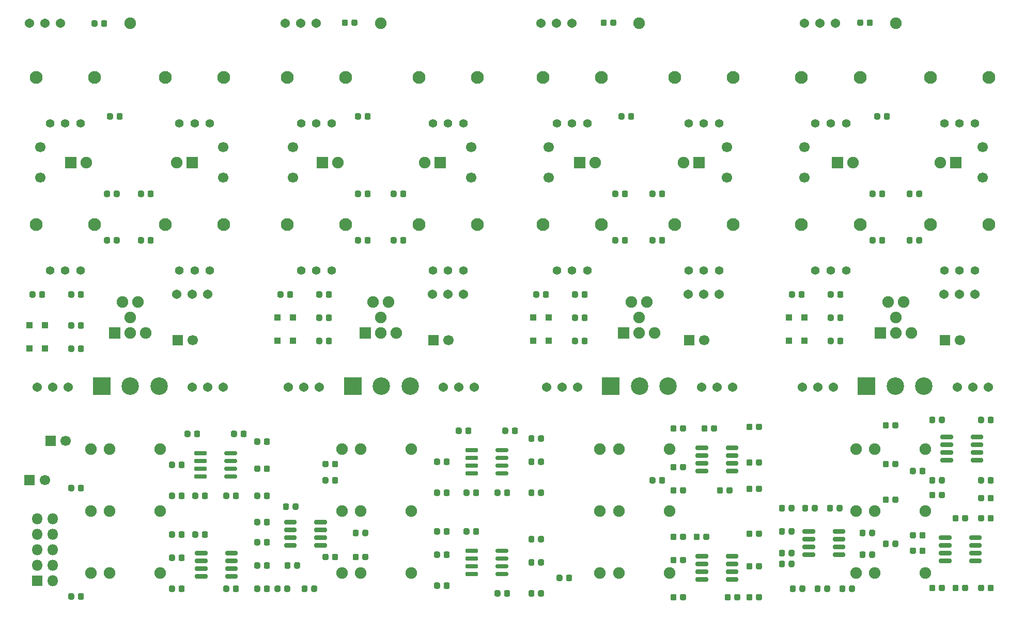
<source format=gbs>
G04 #@! TF.GenerationSoftware,KiCad,Pcbnew,(5.1.6-0-10_14)*
G04 #@! TF.CreationDate,2022-01-19T09:40:39+00:00*
G04 #@! TF.ProjectId,Quad Tube VCA,51756164-2054-4756-9265-205643412e6b,rev?*
G04 #@! TF.SameCoordinates,Original*
G04 #@! TF.FileFunction,Soldermask,Bot*
G04 #@! TF.FilePolarity,Negative*
%FSLAX46Y46*%
G04 Gerber Fmt 4.6, Leading zero omitted, Abs format (unit mm)*
G04 Created by KiCad (PCBNEW (5.1.6-0-10_14)) date 2022-01-19 09:40:39*
%MOMM*%
%LPD*%
G01*
G04 APERTURE LIST*
%ADD10C,2.875000*%
%ADD11R,2.875000X2.875000*%
%ADD12C,1.700000*%
%ADD13R,1.700000X1.700000*%
%ADD14C,1.900000*%
%ADD15R,1.900000X1.900000*%
%ADD16C,2.100000*%
%ADD17C,1.400000*%
%ADD18C,1.540000*%
%ADD19O,1.800000X1.800000*%
%ADD20R,1.800000X1.800000*%
%ADD21R,1.100000X1.100000*%
G04 APERTURE END LIST*
D10*
X89790000Y-107702500D03*
X85090000Y-107702500D03*
D11*
X80390000Y-107702500D03*
D10*
X130938000Y-107702500D03*
X126238000Y-107702500D03*
D11*
X121538000Y-107702500D03*
D10*
X173229000Y-107702500D03*
X168529000Y-107702500D03*
D11*
X163829000Y-107702500D03*
D10*
X215139000Y-107702500D03*
X210439000Y-107702500D03*
D11*
X205739000Y-107702500D03*
D12*
X221067000Y-100203000D03*
D13*
X218567000Y-100203000D03*
D12*
X179157000Y-100203000D03*
D13*
X176657000Y-100203000D03*
D12*
X137247000Y-100203000D03*
D13*
X134747000Y-100203000D03*
D12*
X95337000Y-100203000D03*
D13*
X92837000Y-100203000D03*
D12*
X74509000Y-116713000D03*
D13*
X72009000Y-116713000D03*
D12*
X71080000Y-123190000D03*
D13*
X68580000Y-123190000D03*
G36*
G01*
X100637000Y-139113000D02*
X100637000Y-138763000D01*
G75*
G02*
X100812000Y-138588000I175000J0D01*
G01*
X102512000Y-138588000D01*
G75*
G02*
X102687000Y-138763000I0J-175000D01*
G01*
X102687000Y-139113000D01*
G75*
G02*
X102512000Y-139288000I-175000J0D01*
G01*
X100812000Y-139288000D01*
G75*
G02*
X100637000Y-139113000I0J175000D01*
G01*
G37*
G36*
G01*
X100637000Y-137843000D02*
X100637000Y-137493000D01*
G75*
G02*
X100812000Y-137318000I175000J0D01*
G01*
X102512000Y-137318000D01*
G75*
G02*
X102687000Y-137493000I0J-175000D01*
G01*
X102687000Y-137843000D01*
G75*
G02*
X102512000Y-138018000I-175000J0D01*
G01*
X100812000Y-138018000D01*
G75*
G02*
X100637000Y-137843000I0J175000D01*
G01*
G37*
G36*
G01*
X100637000Y-136573000D02*
X100637000Y-136223000D01*
G75*
G02*
X100812000Y-136048000I175000J0D01*
G01*
X102512000Y-136048000D01*
G75*
G02*
X102687000Y-136223000I0J-175000D01*
G01*
X102687000Y-136573000D01*
G75*
G02*
X102512000Y-136748000I-175000J0D01*
G01*
X100812000Y-136748000D01*
G75*
G02*
X100637000Y-136573000I0J175000D01*
G01*
G37*
G36*
G01*
X100637000Y-135303000D02*
X100637000Y-134953000D01*
G75*
G02*
X100812000Y-134778000I175000J0D01*
G01*
X102512000Y-134778000D01*
G75*
G02*
X102687000Y-134953000I0J-175000D01*
G01*
X102687000Y-135303000D01*
G75*
G02*
X102512000Y-135478000I-175000J0D01*
G01*
X100812000Y-135478000D01*
G75*
G02*
X100637000Y-135303000I0J175000D01*
G01*
G37*
G36*
G01*
X95687000Y-135303000D02*
X95687000Y-134953000D01*
G75*
G02*
X95862000Y-134778000I175000J0D01*
G01*
X97562000Y-134778000D01*
G75*
G02*
X97737000Y-134953000I0J-175000D01*
G01*
X97737000Y-135303000D01*
G75*
G02*
X97562000Y-135478000I-175000J0D01*
G01*
X95862000Y-135478000D01*
G75*
G02*
X95687000Y-135303000I0J175000D01*
G01*
G37*
G36*
G01*
X95687000Y-136573000D02*
X95687000Y-136223000D01*
G75*
G02*
X95862000Y-136048000I175000J0D01*
G01*
X97562000Y-136048000D01*
G75*
G02*
X97737000Y-136223000I0J-175000D01*
G01*
X97737000Y-136573000D01*
G75*
G02*
X97562000Y-136748000I-175000J0D01*
G01*
X95862000Y-136748000D01*
G75*
G02*
X95687000Y-136573000I0J175000D01*
G01*
G37*
G36*
G01*
X95687000Y-137843000D02*
X95687000Y-137493000D01*
G75*
G02*
X95862000Y-137318000I175000J0D01*
G01*
X97562000Y-137318000D01*
G75*
G02*
X97737000Y-137493000I0J-175000D01*
G01*
X97737000Y-137843000D01*
G75*
G02*
X97562000Y-138018000I-175000J0D01*
G01*
X95862000Y-138018000D01*
G75*
G02*
X95687000Y-137843000I0J175000D01*
G01*
G37*
G36*
G01*
X95687000Y-139113000D02*
X95687000Y-138763000D01*
G75*
G02*
X95862000Y-138588000I175000J0D01*
G01*
X97562000Y-138588000D01*
G75*
G02*
X97737000Y-138763000I0J-175000D01*
G01*
X97737000Y-139113000D01*
G75*
G02*
X97562000Y-139288000I-175000J0D01*
G01*
X95862000Y-139288000D01*
G75*
G02*
X95687000Y-139113000I0J175000D01*
G01*
G37*
G36*
G01*
X205567000Y-131544750D02*
X205567000Y-132107250D01*
G75*
G02*
X205323250Y-132351000I-243750J0D01*
G01*
X204835750Y-132351000D01*
G75*
G02*
X204592000Y-132107250I0J243750D01*
G01*
X204592000Y-131544750D01*
G75*
G02*
X204835750Y-131301000I243750J0D01*
G01*
X205323250Y-131301000D01*
G75*
G02*
X205567000Y-131544750I0J-243750D01*
G01*
G37*
G36*
G01*
X207142000Y-131544750D02*
X207142000Y-132107250D01*
G75*
G02*
X206898250Y-132351000I-243750J0D01*
G01*
X206410750Y-132351000D01*
G75*
G02*
X206167000Y-132107250I0J243750D01*
G01*
X206167000Y-131544750D01*
G75*
G02*
X206410750Y-131301000I243750J0D01*
G01*
X206898250Y-131301000D01*
G75*
G02*
X207142000Y-131544750I0J-243750D01*
G01*
G37*
G36*
G01*
X198801000Y-141251250D02*
X198801000Y-140688750D01*
G75*
G02*
X199044750Y-140445000I243750J0D01*
G01*
X199532250Y-140445000D01*
G75*
G02*
X199776000Y-140688750I0J-243750D01*
G01*
X199776000Y-141251250D01*
G75*
G02*
X199532250Y-141495000I-243750J0D01*
G01*
X199044750Y-141495000D01*
G75*
G02*
X198801000Y-141251250I0J243750D01*
G01*
G37*
G36*
G01*
X197226000Y-141251250D02*
X197226000Y-140688750D01*
G75*
G02*
X197469750Y-140445000I243750J0D01*
G01*
X197957250Y-140445000D01*
G75*
G02*
X198201000Y-140688750I0J-243750D01*
G01*
X198201000Y-141251250D01*
G75*
G02*
X197957250Y-141495000I-243750J0D01*
G01*
X197469750Y-141495000D01*
G75*
G02*
X197226000Y-141251250I0J243750D01*
G01*
G37*
G36*
G01*
X122509000Y-131544750D02*
X122509000Y-132107250D01*
G75*
G02*
X122265250Y-132351000I-243750J0D01*
G01*
X121777750Y-132351000D01*
G75*
G02*
X121534000Y-132107250I0J243750D01*
G01*
X121534000Y-131544750D01*
G75*
G02*
X121777750Y-131301000I243750J0D01*
G01*
X122265250Y-131301000D01*
G75*
G02*
X122509000Y-131544750I0J-243750D01*
G01*
G37*
G36*
G01*
X124084000Y-131544750D02*
X124084000Y-132107250D01*
G75*
G02*
X123840250Y-132351000I-243750J0D01*
G01*
X123352750Y-132351000D01*
G75*
G02*
X123109000Y-132107250I0J243750D01*
G01*
X123109000Y-131544750D01*
G75*
G02*
X123352750Y-131301000I243750J0D01*
G01*
X123840250Y-131301000D01*
G75*
G02*
X124084000Y-131544750I0J-243750D01*
G01*
G37*
G36*
G01*
X111933000Y-137441250D02*
X111933000Y-136878750D01*
G75*
G02*
X112176750Y-136635000I243750J0D01*
G01*
X112664250Y-136635000D01*
G75*
G02*
X112908000Y-136878750I0J-243750D01*
G01*
X112908000Y-137441250D01*
G75*
G02*
X112664250Y-137685000I-243750J0D01*
G01*
X112176750Y-137685000D01*
G75*
G02*
X111933000Y-137441250I0J243750D01*
G01*
G37*
G36*
G01*
X110358000Y-137441250D02*
X110358000Y-136878750D01*
G75*
G02*
X110601750Y-136635000I243750J0D01*
G01*
X111089250Y-136635000D01*
G75*
G02*
X111333000Y-136878750I0J-243750D01*
G01*
X111333000Y-137441250D01*
G75*
G02*
X111089250Y-137685000I-243750J0D01*
G01*
X110601750Y-137685000D01*
G75*
G02*
X110358000Y-137441250I0J243750D01*
G01*
G37*
G36*
G01*
X200233000Y-127480750D02*
X200233000Y-128043250D01*
G75*
G02*
X199989250Y-128287000I-243750J0D01*
G01*
X199501750Y-128287000D01*
G75*
G02*
X199258000Y-128043250I0J243750D01*
G01*
X199258000Y-127480750D01*
G75*
G02*
X199501750Y-127237000I243750J0D01*
G01*
X199989250Y-127237000D01*
G75*
G02*
X200233000Y-127480750I0J-243750D01*
G01*
G37*
G36*
G01*
X201808000Y-127480750D02*
X201808000Y-128043250D01*
G75*
G02*
X201564250Y-128287000I-243750J0D01*
G01*
X201076750Y-128287000D01*
G75*
G02*
X200833000Y-128043250I0J243750D01*
G01*
X200833000Y-127480750D01*
G75*
G02*
X201076750Y-127237000I243750J0D01*
G01*
X201564250Y-127237000D01*
G75*
G02*
X201808000Y-127480750I0J-243750D01*
G01*
G37*
G36*
G01*
X192359000Y-134846750D02*
X192359000Y-135409250D01*
G75*
G02*
X192115250Y-135653000I-243750J0D01*
G01*
X191627750Y-135653000D01*
G75*
G02*
X191384000Y-135409250I0J243750D01*
G01*
X191384000Y-134846750D01*
G75*
G02*
X191627750Y-134603000I243750J0D01*
G01*
X192115250Y-134603000D01*
G75*
G02*
X192359000Y-134846750I0J-243750D01*
G01*
G37*
G36*
G01*
X193934000Y-134846750D02*
X193934000Y-135409250D01*
G75*
G02*
X193690250Y-135653000I-243750J0D01*
G01*
X193202750Y-135653000D01*
G75*
G02*
X192959000Y-135409250I0J243750D01*
G01*
X192959000Y-134846750D01*
G75*
G02*
X193202750Y-134603000I243750J0D01*
G01*
X193690250Y-134603000D01*
G75*
G02*
X193934000Y-134846750I0J-243750D01*
G01*
G37*
G36*
G01*
X118156000Y-123471250D02*
X118156000Y-122908750D01*
G75*
G02*
X118399750Y-122665000I243750J0D01*
G01*
X118887250Y-122665000D01*
G75*
G02*
X119131000Y-122908750I0J-243750D01*
G01*
X119131000Y-123471250D01*
G75*
G02*
X118887250Y-123715000I-243750J0D01*
G01*
X118399750Y-123715000D01*
G75*
G02*
X118156000Y-123471250I0J243750D01*
G01*
G37*
G36*
G01*
X116581000Y-123471250D02*
X116581000Y-122908750D01*
G75*
G02*
X116824750Y-122665000I243750J0D01*
G01*
X117312250Y-122665000D01*
G75*
G02*
X117556000Y-122908750I0J-243750D01*
G01*
X117556000Y-123471250D01*
G75*
G02*
X117312250Y-123715000I-243750J0D01*
G01*
X116824750Y-123715000D01*
G75*
G02*
X116581000Y-123471250I0J243750D01*
G01*
G37*
G36*
G01*
X209977000Y-133885250D02*
X209977000Y-133322750D01*
G75*
G02*
X210220750Y-133079000I243750J0D01*
G01*
X210708250Y-133079000D01*
G75*
G02*
X210952000Y-133322750I0J-243750D01*
G01*
X210952000Y-133885250D01*
G75*
G02*
X210708250Y-134129000I-243750J0D01*
G01*
X210220750Y-134129000D01*
G75*
G02*
X209977000Y-133885250I0J243750D01*
G01*
G37*
G36*
G01*
X208402000Y-133885250D02*
X208402000Y-133322750D01*
G75*
G02*
X208645750Y-133079000I243750J0D01*
G01*
X209133250Y-133079000D01*
G75*
G02*
X209377000Y-133322750I0J-243750D01*
G01*
X209377000Y-133885250D01*
G75*
G02*
X209133250Y-134129000I-243750J0D01*
G01*
X208645750Y-134129000D01*
G75*
G02*
X208402000Y-133885250I0J243750D01*
G01*
G37*
G36*
G01*
X192359000Y-131290750D02*
X192359000Y-131853250D01*
G75*
G02*
X192115250Y-132097000I-243750J0D01*
G01*
X191627750Y-132097000D01*
G75*
G02*
X191384000Y-131853250I0J243750D01*
G01*
X191384000Y-131290750D01*
G75*
G02*
X191627750Y-131047000I243750J0D01*
G01*
X192115250Y-131047000D01*
G75*
G02*
X192359000Y-131290750I0J-243750D01*
G01*
G37*
G36*
G01*
X193934000Y-131290750D02*
X193934000Y-131853250D01*
G75*
G02*
X193690250Y-132097000I-243750J0D01*
G01*
X193202750Y-132097000D01*
G75*
G02*
X192959000Y-131853250I0J243750D01*
G01*
X192959000Y-131290750D01*
G75*
G02*
X193202750Y-131047000I243750J0D01*
G01*
X193690250Y-131047000D01*
G75*
G02*
X193934000Y-131290750I0J-243750D01*
G01*
G37*
G36*
G01*
X118156000Y-120804250D02*
X118156000Y-120241750D01*
G75*
G02*
X118399750Y-119998000I243750J0D01*
G01*
X118887250Y-119998000D01*
G75*
G02*
X119131000Y-120241750I0J-243750D01*
G01*
X119131000Y-120804250D01*
G75*
G02*
X118887250Y-121048000I-243750J0D01*
G01*
X118399750Y-121048000D01*
G75*
G02*
X118156000Y-120804250I0J243750D01*
G01*
G37*
G36*
G01*
X116581000Y-120804250D02*
X116581000Y-120241750D01*
G75*
G02*
X116824750Y-119998000I243750J0D01*
G01*
X117312250Y-119998000D01*
G75*
G02*
X117556000Y-120241750I0J-243750D01*
G01*
X117556000Y-120804250D01*
G75*
G02*
X117312250Y-121048000I-243750J0D01*
G01*
X116824750Y-121048000D01*
G75*
G02*
X116581000Y-120804250I0J243750D01*
G01*
G37*
G36*
G01*
X106980000Y-130329250D02*
X106980000Y-129766750D01*
G75*
G02*
X107223750Y-129523000I243750J0D01*
G01*
X107711250Y-129523000D01*
G75*
G02*
X107955000Y-129766750I0J-243750D01*
G01*
X107955000Y-130329250D01*
G75*
G02*
X107711250Y-130573000I-243750J0D01*
G01*
X107223750Y-130573000D01*
G75*
G02*
X106980000Y-130329250I0J243750D01*
G01*
G37*
G36*
G01*
X105405000Y-130329250D02*
X105405000Y-129766750D01*
G75*
G02*
X105648750Y-129523000I243750J0D01*
G01*
X106136250Y-129523000D01*
G75*
G02*
X106380000Y-129766750I0J-243750D01*
G01*
X106380000Y-130329250D01*
G75*
G02*
X106136250Y-130573000I-243750J0D01*
G01*
X105648750Y-130573000D01*
G75*
G02*
X105405000Y-130329250I0J243750D01*
G01*
G37*
G36*
G01*
X200205000Y-135557000D02*
X200205000Y-135207000D01*
G75*
G02*
X200380000Y-135032000I175000J0D01*
G01*
X202080000Y-135032000D01*
G75*
G02*
X202255000Y-135207000I0J-175000D01*
G01*
X202255000Y-135557000D01*
G75*
G02*
X202080000Y-135732000I-175000J0D01*
G01*
X200380000Y-135732000D01*
G75*
G02*
X200205000Y-135557000I0J175000D01*
G01*
G37*
G36*
G01*
X200205000Y-134287000D02*
X200205000Y-133937000D01*
G75*
G02*
X200380000Y-133762000I175000J0D01*
G01*
X202080000Y-133762000D01*
G75*
G02*
X202255000Y-133937000I0J-175000D01*
G01*
X202255000Y-134287000D01*
G75*
G02*
X202080000Y-134462000I-175000J0D01*
G01*
X200380000Y-134462000D01*
G75*
G02*
X200205000Y-134287000I0J175000D01*
G01*
G37*
G36*
G01*
X200205000Y-133017000D02*
X200205000Y-132667000D01*
G75*
G02*
X200380000Y-132492000I175000J0D01*
G01*
X202080000Y-132492000D01*
G75*
G02*
X202255000Y-132667000I0J-175000D01*
G01*
X202255000Y-133017000D01*
G75*
G02*
X202080000Y-133192000I-175000J0D01*
G01*
X200380000Y-133192000D01*
G75*
G02*
X200205000Y-133017000I0J175000D01*
G01*
G37*
G36*
G01*
X200205000Y-131747000D02*
X200205000Y-131397000D01*
G75*
G02*
X200380000Y-131222000I175000J0D01*
G01*
X202080000Y-131222000D01*
G75*
G02*
X202255000Y-131397000I0J-175000D01*
G01*
X202255000Y-131747000D01*
G75*
G02*
X202080000Y-131922000I-175000J0D01*
G01*
X200380000Y-131922000D01*
G75*
G02*
X200205000Y-131747000I0J175000D01*
G01*
G37*
G36*
G01*
X195255000Y-131747000D02*
X195255000Y-131397000D01*
G75*
G02*
X195430000Y-131222000I175000J0D01*
G01*
X197130000Y-131222000D01*
G75*
G02*
X197305000Y-131397000I0J-175000D01*
G01*
X197305000Y-131747000D01*
G75*
G02*
X197130000Y-131922000I-175000J0D01*
G01*
X195430000Y-131922000D01*
G75*
G02*
X195255000Y-131747000I0J175000D01*
G01*
G37*
G36*
G01*
X195255000Y-133017000D02*
X195255000Y-132667000D01*
G75*
G02*
X195430000Y-132492000I175000J0D01*
G01*
X197130000Y-132492000D01*
G75*
G02*
X197305000Y-132667000I0J-175000D01*
G01*
X197305000Y-133017000D01*
G75*
G02*
X197130000Y-133192000I-175000J0D01*
G01*
X195430000Y-133192000D01*
G75*
G02*
X195255000Y-133017000I0J175000D01*
G01*
G37*
G36*
G01*
X195255000Y-134287000D02*
X195255000Y-133937000D01*
G75*
G02*
X195430000Y-133762000I175000J0D01*
G01*
X197130000Y-133762000D01*
G75*
G02*
X197305000Y-133937000I0J-175000D01*
G01*
X197305000Y-134287000D01*
G75*
G02*
X197130000Y-134462000I-175000J0D01*
G01*
X195430000Y-134462000D01*
G75*
G02*
X195255000Y-134287000I0J175000D01*
G01*
G37*
G36*
G01*
X195255000Y-135557000D02*
X195255000Y-135207000D01*
G75*
G02*
X195430000Y-135032000I175000J0D01*
G01*
X197130000Y-135032000D01*
G75*
G02*
X197305000Y-135207000I0J-175000D01*
G01*
X197305000Y-135557000D01*
G75*
G02*
X197130000Y-135732000I-175000J0D01*
G01*
X195430000Y-135732000D01*
G75*
G02*
X195255000Y-135557000I0J175000D01*
G01*
G37*
G36*
G01*
X115242000Y-134033000D02*
X115242000Y-133683000D01*
G75*
G02*
X115417000Y-133508000I175000J0D01*
G01*
X117117000Y-133508000D01*
G75*
G02*
X117292000Y-133683000I0J-175000D01*
G01*
X117292000Y-134033000D01*
G75*
G02*
X117117000Y-134208000I-175000J0D01*
G01*
X115417000Y-134208000D01*
G75*
G02*
X115242000Y-134033000I0J175000D01*
G01*
G37*
G36*
G01*
X115242000Y-132763000D02*
X115242000Y-132413000D01*
G75*
G02*
X115417000Y-132238000I175000J0D01*
G01*
X117117000Y-132238000D01*
G75*
G02*
X117292000Y-132413000I0J-175000D01*
G01*
X117292000Y-132763000D01*
G75*
G02*
X117117000Y-132938000I-175000J0D01*
G01*
X115417000Y-132938000D01*
G75*
G02*
X115242000Y-132763000I0J175000D01*
G01*
G37*
G36*
G01*
X115242000Y-131493000D02*
X115242000Y-131143000D01*
G75*
G02*
X115417000Y-130968000I175000J0D01*
G01*
X117117000Y-130968000D01*
G75*
G02*
X117292000Y-131143000I0J-175000D01*
G01*
X117292000Y-131493000D01*
G75*
G02*
X117117000Y-131668000I-175000J0D01*
G01*
X115417000Y-131668000D01*
G75*
G02*
X115242000Y-131493000I0J175000D01*
G01*
G37*
G36*
G01*
X115242000Y-130223000D02*
X115242000Y-129873000D01*
G75*
G02*
X115417000Y-129698000I175000J0D01*
G01*
X117117000Y-129698000D01*
G75*
G02*
X117292000Y-129873000I0J-175000D01*
G01*
X117292000Y-130223000D01*
G75*
G02*
X117117000Y-130398000I-175000J0D01*
G01*
X115417000Y-130398000D01*
G75*
G02*
X115242000Y-130223000I0J175000D01*
G01*
G37*
G36*
G01*
X110292000Y-130223000D02*
X110292000Y-129873000D01*
G75*
G02*
X110467000Y-129698000I175000J0D01*
G01*
X112167000Y-129698000D01*
G75*
G02*
X112342000Y-129873000I0J-175000D01*
G01*
X112342000Y-130223000D01*
G75*
G02*
X112167000Y-130398000I-175000J0D01*
G01*
X110467000Y-130398000D01*
G75*
G02*
X110292000Y-130223000I0J175000D01*
G01*
G37*
G36*
G01*
X110292000Y-131493000D02*
X110292000Y-131143000D01*
G75*
G02*
X110467000Y-130968000I175000J0D01*
G01*
X112167000Y-130968000D01*
G75*
G02*
X112342000Y-131143000I0J-175000D01*
G01*
X112342000Y-131493000D01*
G75*
G02*
X112167000Y-131668000I-175000J0D01*
G01*
X110467000Y-131668000D01*
G75*
G02*
X110292000Y-131493000I0J175000D01*
G01*
G37*
G36*
G01*
X110292000Y-132763000D02*
X110292000Y-132413000D01*
G75*
G02*
X110467000Y-132238000I175000J0D01*
G01*
X112167000Y-132238000D01*
G75*
G02*
X112342000Y-132413000I0J-175000D01*
G01*
X112342000Y-132763000D01*
G75*
G02*
X112167000Y-132938000I-175000J0D01*
G01*
X110467000Y-132938000D01*
G75*
G02*
X110292000Y-132763000I0J175000D01*
G01*
G37*
G36*
G01*
X110292000Y-134033000D02*
X110292000Y-133683000D01*
G75*
G02*
X110467000Y-133508000I175000J0D01*
G01*
X112167000Y-133508000D01*
G75*
G02*
X112342000Y-133683000I0J-175000D01*
G01*
X112342000Y-134033000D01*
G75*
G02*
X112167000Y-134208000I-175000J0D01*
G01*
X110467000Y-134208000D01*
G75*
G02*
X110292000Y-134033000I0J175000D01*
G01*
G37*
G36*
G01*
X196769000Y-128043250D02*
X196769000Y-127480750D01*
G75*
G02*
X197012750Y-127237000I243750J0D01*
G01*
X197500250Y-127237000D01*
G75*
G02*
X197744000Y-127480750I0J-243750D01*
G01*
X197744000Y-128043250D01*
G75*
G02*
X197500250Y-128287000I-243750J0D01*
G01*
X197012750Y-128287000D01*
G75*
G02*
X196769000Y-128043250I0J243750D01*
G01*
G37*
G36*
G01*
X195194000Y-128043250D02*
X195194000Y-127480750D01*
G75*
G02*
X195437750Y-127237000I243750J0D01*
G01*
X195925250Y-127237000D01*
G75*
G02*
X196169000Y-127480750I0J-243750D01*
G01*
X196169000Y-128043250D01*
G75*
G02*
X195925250Y-128287000I-243750J0D01*
G01*
X195437750Y-128287000D01*
G75*
G02*
X195194000Y-128043250I0J243750D01*
G01*
G37*
G36*
G01*
X202865000Y-141251250D02*
X202865000Y-140688750D01*
G75*
G02*
X203108750Y-140445000I243750J0D01*
G01*
X203596250Y-140445000D01*
G75*
G02*
X203840000Y-140688750I0J-243750D01*
G01*
X203840000Y-141251250D01*
G75*
G02*
X203596250Y-141495000I-243750J0D01*
G01*
X203108750Y-141495000D01*
G75*
G02*
X202865000Y-141251250I0J243750D01*
G01*
G37*
G36*
G01*
X201290000Y-141251250D02*
X201290000Y-140688750D01*
G75*
G02*
X201533750Y-140445000I243750J0D01*
G01*
X202021250Y-140445000D01*
G75*
G02*
X202265000Y-140688750I0J-243750D01*
G01*
X202265000Y-141251250D01*
G75*
G02*
X202021250Y-141495000I-243750J0D01*
G01*
X201533750Y-141495000D01*
G75*
G02*
X201290000Y-141251250I0J243750D01*
G01*
G37*
G36*
G01*
X111679000Y-127789250D02*
X111679000Y-127226750D01*
G75*
G02*
X111922750Y-126983000I243750J0D01*
G01*
X112410250Y-126983000D01*
G75*
G02*
X112654000Y-127226750I0J-243750D01*
G01*
X112654000Y-127789250D01*
G75*
G02*
X112410250Y-128033000I-243750J0D01*
G01*
X111922750Y-128033000D01*
G75*
G02*
X111679000Y-127789250I0J243750D01*
G01*
G37*
G36*
G01*
X110104000Y-127789250D02*
X110104000Y-127226750D01*
G75*
G02*
X110347750Y-126983000I243750J0D01*
G01*
X110835250Y-126983000D01*
G75*
G02*
X111079000Y-127226750I0J-243750D01*
G01*
X111079000Y-127789250D01*
G75*
G02*
X110835250Y-128033000I-243750J0D01*
G01*
X110347750Y-128033000D01*
G75*
G02*
X110104000Y-127789250I0J243750D01*
G01*
G37*
G36*
G01*
X118156000Y-136044250D02*
X118156000Y-135481750D01*
G75*
G02*
X118399750Y-135238000I243750J0D01*
G01*
X118887250Y-135238000D01*
G75*
G02*
X119131000Y-135481750I0J-243750D01*
G01*
X119131000Y-136044250D01*
G75*
G02*
X118887250Y-136288000I-243750J0D01*
G01*
X118399750Y-136288000D01*
G75*
G02*
X118156000Y-136044250I0J243750D01*
G01*
G37*
G36*
G01*
X116581000Y-136044250D02*
X116581000Y-135481750D01*
G75*
G02*
X116824750Y-135238000I243750J0D01*
G01*
X117312250Y-135238000D01*
G75*
G02*
X117556000Y-135481750I0J-243750D01*
G01*
X117556000Y-136044250D01*
G75*
G02*
X117312250Y-136288000I-243750J0D01*
G01*
X116824750Y-136288000D01*
G75*
G02*
X116581000Y-136044250I0J243750D01*
G01*
G37*
D14*
X126153333Y-48260000D03*
X126153333Y-96520000D03*
X124883333Y-93980000D03*
X127423333Y-93980000D03*
X128693333Y-99060000D03*
X126153333Y-99060000D03*
D15*
X123613333Y-99060000D03*
D14*
X85090000Y-48260000D03*
X85090000Y-96520000D03*
X83820000Y-93980000D03*
X86360000Y-93980000D03*
X87630000Y-99060000D03*
X85090000Y-99060000D03*
D15*
X82550000Y-99060000D03*
D14*
X210550000Y-48260000D03*
X210550000Y-96520000D03*
X209280000Y-93980000D03*
X211820000Y-93980000D03*
X213090000Y-99060000D03*
X210550000Y-99060000D03*
D15*
X208010000Y-99060000D03*
D14*
X168486666Y-48260000D03*
X168486666Y-96520000D03*
X167216666Y-93980000D03*
X169756666Y-93980000D03*
X171026666Y-99060000D03*
X168486666Y-99060000D03*
D15*
X165946666Y-99060000D03*
D16*
X204680000Y-57150000D03*
X195080000Y-57150000D03*
D17*
X202380000Y-64650000D03*
X199880000Y-64650000D03*
X197380000Y-64650000D03*
D16*
X162280000Y-57150000D03*
X152680000Y-57150000D03*
D17*
X159980000Y-64650000D03*
X157480000Y-64650000D03*
X154980000Y-64650000D03*
D16*
X120370000Y-57150000D03*
X110770000Y-57150000D03*
D17*
X118070000Y-64650000D03*
X115570000Y-64650000D03*
X113070000Y-64650000D03*
D16*
X79222000Y-57150000D03*
X69622000Y-57150000D03*
D17*
X76922000Y-64650000D03*
X74422000Y-64650000D03*
X71922000Y-64650000D03*
D16*
X204680000Y-81280000D03*
X195080000Y-81280000D03*
D17*
X202380000Y-88780000D03*
X199880000Y-88780000D03*
X197380000Y-88780000D03*
D16*
X162280000Y-81280000D03*
X152680000Y-81280000D03*
D17*
X159980000Y-88780000D03*
X157480000Y-88780000D03*
X154980000Y-88780000D03*
D16*
X120370000Y-81280000D03*
X110770000Y-81280000D03*
D17*
X118070000Y-88780000D03*
X115570000Y-88780000D03*
X113070000Y-88780000D03*
D16*
X79222000Y-81280000D03*
X69622000Y-81280000D03*
D17*
X76922000Y-88780000D03*
X74422000Y-88780000D03*
X71922000Y-88780000D03*
D16*
X225780000Y-57150000D03*
X216180000Y-57150000D03*
D17*
X223480000Y-64650000D03*
X220980000Y-64650000D03*
X218480000Y-64650000D03*
D16*
X183870000Y-57150000D03*
X174270000Y-57150000D03*
D17*
X181570000Y-64650000D03*
X179070000Y-64650000D03*
X176570000Y-64650000D03*
D16*
X141960000Y-57150000D03*
X132360000Y-57150000D03*
D17*
X139660000Y-64650000D03*
X137160000Y-64650000D03*
X134660000Y-64650000D03*
D16*
X100431000Y-57150000D03*
X90831000Y-57150000D03*
D17*
X98131000Y-64650000D03*
X95631000Y-64650000D03*
X93131000Y-64650000D03*
D16*
X225780000Y-81280000D03*
X216180000Y-81280000D03*
D17*
X223480000Y-88780000D03*
X220980000Y-88780000D03*
X218480000Y-88780000D03*
D16*
X183870000Y-81280000D03*
X174270000Y-81280000D03*
D17*
X181570000Y-88780000D03*
X179070000Y-88780000D03*
X176570000Y-88780000D03*
D16*
X141960000Y-81280000D03*
X132360000Y-81280000D03*
D17*
X139660000Y-88780000D03*
X137160000Y-88780000D03*
X134660000Y-88780000D03*
D16*
X100431000Y-81280000D03*
X90831000Y-81280000D03*
D17*
X98131000Y-88780000D03*
X95631000Y-88780000D03*
X93131000Y-88780000D03*
D14*
X215389000Y-138430000D03*
X203989000Y-138430000D03*
X207089000Y-138430000D03*
X173449000Y-138430000D03*
X162049000Y-138430000D03*
X165149000Y-138430000D03*
X131158000Y-138430000D03*
X119758000Y-138430000D03*
X122858000Y-138430000D03*
X90010000Y-138430000D03*
X78610000Y-138430000D03*
X81710000Y-138430000D03*
X215389000Y-118110000D03*
X203989000Y-118110000D03*
X207089000Y-118110000D03*
X173449000Y-118110000D03*
X162049000Y-118110000D03*
X165149000Y-118110000D03*
X131158000Y-118110000D03*
X119758000Y-118110000D03*
X122858000Y-118110000D03*
X90010000Y-118110000D03*
X78610000Y-118110000D03*
X81710000Y-118110000D03*
X215389000Y-128270000D03*
X203989000Y-128270000D03*
X207089000Y-128270000D03*
X173449000Y-128270000D03*
X162049000Y-128270000D03*
X165149000Y-128270000D03*
X131158000Y-128270000D03*
X119758000Y-128270000D03*
X122858000Y-128270000D03*
X90010000Y-128270000D03*
X78610000Y-128270000D03*
X81710000Y-128270000D03*
G36*
G01*
X187025000Y-142085750D02*
X187025000Y-142648250D01*
G75*
G02*
X186781250Y-142892000I-243750J0D01*
G01*
X186293750Y-142892000D01*
G75*
G02*
X186050000Y-142648250I0J243750D01*
G01*
X186050000Y-142085750D01*
G75*
G02*
X186293750Y-141842000I243750J0D01*
G01*
X186781250Y-141842000D01*
G75*
G02*
X187025000Y-142085750I0J-243750D01*
G01*
G37*
G36*
G01*
X188600000Y-142085750D02*
X188600000Y-142648250D01*
G75*
G02*
X188356250Y-142892000I-243750J0D01*
G01*
X187868750Y-142892000D01*
G75*
G02*
X187625000Y-142648250I0J243750D01*
G01*
X187625000Y-142085750D01*
G75*
G02*
X187868750Y-141842000I243750J0D01*
G01*
X188356250Y-141842000D01*
G75*
G02*
X188600000Y-142085750I0J-243750D01*
G01*
G37*
G36*
G01*
X187625000Y-137568250D02*
X187625000Y-137005750D01*
G75*
G02*
X187868750Y-136762000I243750J0D01*
G01*
X188356250Y-136762000D01*
G75*
G02*
X188600000Y-137005750I0J-243750D01*
G01*
X188600000Y-137568250D01*
G75*
G02*
X188356250Y-137812000I-243750J0D01*
G01*
X187868750Y-137812000D01*
G75*
G02*
X187625000Y-137568250I0J243750D01*
G01*
G37*
G36*
G01*
X186050000Y-137568250D02*
X186050000Y-137005750D01*
G75*
G02*
X186293750Y-136762000I243750J0D01*
G01*
X186781250Y-136762000D01*
G75*
G02*
X187025000Y-137005750I0J-243750D01*
G01*
X187025000Y-137568250D01*
G75*
G02*
X186781250Y-137812000I-243750J0D01*
G01*
X186293750Y-137812000D01*
G75*
G02*
X186050000Y-137568250I0J243750D01*
G01*
G37*
D18*
X195580000Y-48260000D03*
X198120000Y-48260000D03*
X200660000Y-48260000D03*
X152400000Y-48260000D03*
X154940000Y-48260000D03*
X157480000Y-48260000D03*
X110490000Y-48260000D03*
X113030000Y-48260000D03*
X115570000Y-48260000D03*
X68580000Y-48260000D03*
X71120000Y-48260000D03*
X73660000Y-48260000D03*
X220599000Y-107950000D03*
X223139000Y-107950000D03*
X225679000Y-107950000D03*
X178689000Y-107950000D03*
X181229000Y-107950000D03*
X183769000Y-107950000D03*
X136398000Y-107950000D03*
X138938000Y-107950000D03*
X141478000Y-107950000D03*
X95250000Y-107950000D03*
X97790000Y-107950000D03*
X100330000Y-107950000D03*
X218440000Y-92710000D03*
X220980000Y-92710000D03*
X223520000Y-92710000D03*
X176530000Y-92710000D03*
X179070000Y-92710000D03*
X181610000Y-92710000D03*
X134620000Y-92710000D03*
X137160000Y-92710000D03*
X139700000Y-92710000D03*
X92710000Y-92710000D03*
X95250000Y-92710000D03*
X97790000Y-92710000D03*
X195199000Y-107950000D03*
X197739000Y-107950000D03*
X200279000Y-107950000D03*
X153289000Y-107950000D03*
X155829000Y-107950000D03*
X158369000Y-107950000D03*
X110998000Y-107950000D03*
X113538000Y-107950000D03*
X116078000Y-107950000D03*
X69850000Y-107950000D03*
X72390000Y-107950000D03*
X74930000Y-107950000D03*
G36*
G01*
X225598000Y-113565250D02*
X225598000Y-113002750D01*
G75*
G02*
X225841750Y-112759000I243750J0D01*
G01*
X226329250Y-112759000D01*
G75*
G02*
X226573000Y-113002750I0J-243750D01*
G01*
X226573000Y-113565250D01*
G75*
G02*
X226329250Y-113809000I-243750J0D01*
G01*
X225841750Y-113809000D01*
G75*
G02*
X225598000Y-113565250I0J243750D01*
G01*
G37*
G36*
G01*
X224023000Y-113565250D02*
X224023000Y-113002750D01*
G75*
G02*
X224266750Y-112759000I243750J0D01*
G01*
X224754250Y-112759000D01*
G75*
G02*
X224998000Y-113002750I0J-243750D01*
G01*
X224998000Y-113565250D01*
G75*
G02*
X224754250Y-113809000I-243750J0D01*
G01*
X224266750Y-113809000D01*
G75*
G02*
X224023000Y-113565250I0J243750D01*
G01*
G37*
G36*
G01*
X209977000Y-114454250D02*
X209977000Y-113891750D01*
G75*
G02*
X210220750Y-113648000I243750J0D01*
G01*
X210708250Y-113648000D01*
G75*
G02*
X210952000Y-113891750I0J-243750D01*
G01*
X210952000Y-114454250D01*
G75*
G02*
X210708250Y-114698000I-243750J0D01*
G01*
X210220750Y-114698000D01*
G75*
G02*
X209977000Y-114454250I0J243750D01*
G01*
G37*
G36*
G01*
X208402000Y-114454250D02*
X208402000Y-113891750D01*
G75*
G02*
X208645750Y-113648000I243750J0D01*
G01*
X209133250Y-113648000D01*
G75*
G02*
X209377000Y-113891750I0J-243750D01*
G01*
X209377000Y-114454250D01*
G75*
G02*
X209133250Y-114698000I-243750J0D01*
G01*
X208645750Y-114698000D01*
G75*
G02*
X208402000Y-114454250I0J243750D01*
G01*
G37*
G36*
G01*
X194610000Y-92991250D02*
X194610000Y-92428750D01*
G75*
G02*
X194853750Y-92185000I243750J0D01*
G01*
X195341250Y-92185000D01*
G75*
G02*
X195585000Y-92428750I0J-243750D01*
G01*
X195585000Y-92991250D01*
G75*
G02*
X195341250Y-93235000I-243750J0D01*
G01*
X194853750Y-93235000D01*
G75*
G02*
X194610000Y-92991250I0J243750D01*
G01*
G37*
G36*
G01*
X193035000Y-92991250D02*
X193035000Y-92428750D01*
G75*
G02*
X193278750Y-92185000I243750J0D01*
G01*
X193766250Y-92185000D01*
G75*
G02*
X194010000Y-92428750I0J-243750D01*
G01*
X194010000Y-92991250D01*
G75*
G02*
X193766250Y-93235000I-243750J0D01*
G01*
X193278750Y-93235000D01*
G75*
G02*
X193035000Y-92991250I0J243750D01*
G01*
G37*
G36*
G01*
X200360000Y-92428750D02*
X200360000Y-92991250D01*
G75*
G02*
X200116250Y-93235000I-243750J0D01*
G01*
X199628750Y-93235000D01*
G75*
G02*
X199385000Y-92991250I0J243750D01*
G01*
X199385000Y-92428750D01*
G75*
G02*
X199628750Y-92185000I243750J0D01*
G01*
X200116250Y-92185000D01*
G75*
G02*
X200360000Y-92428750I0J-243750D01*
G01*
G37*
G36*
G01*
X201935000Y-92428750D02*
X201935000Y-92991250D01*
G75*
G02*
X201691250Y-93235000I-243750J0D01*
G01*
X201203750Y-93235000D01*
G75*
G02*
X200960000Y-92991250I0J243750D01*
G01*
X200960000Y-92428750D01*
G75*
G02*
X201203750Y-92185000I243750J0D01*
G01*
X201691250Y-92185000D01*
G75*
G02*
X201935000Y-92428750I0J-243750D01*
G01*
G37*
G36*
G01*
X213822000Y-121384750D02*
X213822000Y-121947250D01*
G75*
G02*
X213578250Y-122191000I-243750J0D01*
G01*
X213090750Y-122191000D01*
G75*
G02*
X212847000Y-121947250I0J243750D01*
G01*
X212847000Y-121384750D01*
G75*
G02*
X213090750Y-121141000I243750J0D01*
G01*
X213578250Y-121141000D01*
G75*
G02*
X213822000Y-121384750I0J-243750D01*
G01*
G37*
G36*
G01*
X215397000Y-121384750D02*
X215397000Y-121947250D01*
G75*
G02*
X215153250Y-122191000I-243750J0D01*
G01*
X214665750Y-122191000D01*
G75*
G02*
X214422000Y-121947250I0J243750D01*
G01*
X214422000Y-121384750D01*
G75*
G02*
X214665750Y-121141000I243750J0D01*
G01*
X215153250Y-121141000D01*
G75*
G02*
X215397000Y-121384750I0J-243750D01*
G01*
G37*
G36*
G01*
X209377000Y-126083750D02*
X209377000Y-126646250D01*
G75*
G02*
X209133250Y-126890000I-243750J0D01*
G01*
X208645750Y-126890000D01*
G75*
G02*
X208402000Y-126646250I0J243750D01*
G01*
X208402000Y-126083750D01*
G75*
G02*
X208645750Y-125840000I243750J0D01*
G01*
X209133250Y-125840000D01*
G75*
G02*
X209377000Y-126083750I0J-243750D01*
G01*
G37*
G36*
G01*
X210952000Y-126083750D02*
X210952000Y-126646250D01*
G75*
G02*
X210708250Y-126890000I-243750J0D01*
G01*
X210220750Y-126890000D01*
G75*
G02*
X209977000Y-126646250I0J243750D01*
G01*
X209977000Y-126083750D01*
G75*
G02*
X210220750Y-125840000I243750J0D01*
G01*
X210708250Y-125840000D01*
G75*
G02*
X210952000Y-126083750I0J-243750D01*
G01*
G37*
G36*
G01*
X200960000Y-96801250D02*
X200960000Y-96238750D01*
G75*
G02*
X201203750Y-95995000I243750J0D01*
G01*
X201691250Y-95995000D01*
G75*
G02*
X201935000Y-96238750I0J-243750D01*
G01*
X201935000Y-96801250D01*
G75*
G02*
X201691250Y-97045000I-243750J0D01*
G01*
X201203750Y-97045000D01*
G75*
G02*
X200960000Y-96801250I0J243750D01*
G01*
G37*
G36*
G01*
X199385000Y-96801250D02*
X199385000Y-96238750D01*
G75*
G02*
X199628750Y-95995000I243750J0D01*
G01*
X200116250Y-95995000D01*
G75*
G02*
X200360000Y-96238750I0J-243750D01*
G01*
X200360000Y-96801250D01*
G75*
G02*
X200116250Y-97045000I-243750J0D01*
G01*
X199628750Y-97045000D01*
G75*
G02*
X199385000Y-96801250I0J243750D01*
G01*
G37*
G36*
G01*
X213888500Y-84101250D02*
X213888500Y-83538750D01*
G75*
G02*
X214132250Y-83295000I243750J0D01*
G01*
X214619750Y-83295000D01*
G75*
G02*
X214863500Y-83538750I0J-243750D01*
G01*
X214863500Y-84101250D01*
G75*
G02*
X214619750Y-84345000I-243750J0D01*
G01*
X214132250Y-84345000D01*
G75*
G02*
X213888500Y-84101250I0J243750D01*
G01*
G37*
G36*
G01*
X212313500Y-84101250D02*
X212313500Y-83538750D01*
G75*
G02*
X212557250Y-83295000I243750J0D01*
G01*
X213044750Y-83295000D01*
G75*
G02*
X213288500Y-83538750I0J-243750D01*
G01*
X213288500Y-84101250D01*
G75*
G02*
X213044750Y-84345000I-243750J0D01*
G01*
X212557250Y-84345000D01*
G75*
G02*
X212313500Y-84101250I0J243750D01*
G01*
G37*
G36*
G01*
X200960000Y-100611250D02*
X200960000Y-100048750D01*
G75*
G02*
X201203750Y-99805000I243750J0D01*
G01*
X201691250Y-99805000D01*
G75*
G02*
X201935000Y-100048750I0J-243750D01*
G01*
X201935000Y-100611250D01*
G75*
G02*
X201691250Y-100855000I-243750J0D01*
G01*
X201203750Y-100855000D01*
G75*
G02*
X200960000Y-100611250I0J243750D01*
G01*
G37*
G36*
G01*
X199385000Y-100611250D02*
X199385000Y-100048750D01*
G75*
G02*
X199628750Y-99805000I243750J0D01*
G01*
X200116250Y-99805000D01*
G75*
G02*
X200360000Y-100048750I0J-243750D01*
G01*
X200360000Y-100611250D01*
G75*
G02*
X200116250Y-100855000I-243750J0D01*
G01*
X199628750Y-100855000D01*
G75*
G02*
X199385000Y-100611250I0J243750D01*
G01*
G37*
G36*
G01*
X207818000Y-84101250D02*
X207818000Y-83538750D01*
G75*
G02*
X208061750Y-83295000I243750J0D01*
G01*
X208549250Y-83295000D01*
G75*
G02*
X208793000Y-83538750I0J-243750D01*
G01*
X208793000Y-84101250D01*
G75*
G02*
X208549250Y-84345000I-243750J0D01*
G01*
X208061750Y-84345000D01*
G75*
G02*
X207818000Y-84101250I0J243750D01*
G01*
G37*
G36*
G01*
X206243000Y-84101250D02*
X206243000Y-83538750D01*
G75*
G02*
X206486750Y-83295000I243750J0D01*
G01*
X206974250Y-83295000D01*
G75*
G02*
X207218000Y-83538750I0J-243750D01*
G01*
X207218000Y-84101250D01*
G75*
G02*
X206974250Y-84345000I-243750J0D01*
G01*
X206486750Y-84345000D01*
G75*
G02*
X206243000Y-84101250I0J243750D01*
G01*
G37*
G36*
G01*
X207818000Y-76481250D02*
X207818000Y-75918750D01*
G75*
G02*
X208061750Y-75675000I243750J0D01*
G01*
X208549250Y-75675000D01*
G75*
G02*
X208793000Y-75918750I0J-243750D01*
G01*
X208793000Y-76481250D01*
G75*
G02*
X208549250Y-76725000I-243750J0D01*
G01*
X208061750Y-76725000D01*
G75*
G02*
X207818000Y-76481250I0J243750D01*
G01*
G37*
G36*
G01*
X206243000Y-76481250D02*
X206243000Y-75918750D01*
G75*
G02*
X206486750Y-75675000I243750J0D01*
G01*
X206974250Y-75675000D01*
G75*
G02*
X207218000Y-75918750I0J-243750D01*
G01*
X207218000Y-76481250D01*
G75*
G02*
X206974250Y-76725000I-243750J0D01*
G01*
X206486750Y-76725000D01*
G75*
G02*
X206243000Y-76481250I0J243750D01*
G01*
G37*
G36*
G01*
X213888500Y-76481250D02*
X213888500Y-75918750D01*
G75*
G02*
X214132250Y-75675000I243750J0D01*
G01*
X214619750Y-75675000D01*
G75*
G02*
X214863500Y-75918750I0J-243750D01*
G01*
X214863500Y-76481250D01*
G75*
G02*
X214619750Y-76725000I-243750J0D01*
G01*
X214132250Y-76725000D01*
G75*
G02*
X213888500Y-76481250I0J243750D01*
G01*
G37*
G36*
G01*
X212313500Y-76481250D02*
X212313500Y-75918750D01*
G75*
G02*
X212557250Y-75675000I243750J0D01*
G01*
X213044750Y-75675000D01*
G75*
G02*
X213288500Y-75918750I0J-243750D01*
G01*
X213288500Y-76481250D01*
G75*
G02*
X213044750Y-76725000I-243750J0D01*
G01*
X212557250Y-76725000D01*
G75*
G02*
X212313500Y-76481250I0J243750D01*
G01*
G37*
G36*
G01*
X206167000Y-135663250D02*
X206167000Y-135100750D01*
G75*
G02*
X206410750Y-134857000I243750J0D01*
G01*
X206898250Y-134857000D01*
G75*
G02*
X207142000Y-135100750I0J-243750D01*
G01*
X207142000Y-135663250D01*
G75*
G02*
X206898250Y-135907000I-243750J0D01*
G01*
X206410750Y-135907000D01*
G75*
G02*
X206167000Y-135663250I0J243750D01*
G01*
G37*
G36*
G01*
X204592000Y-135663250D02*
X204592000Y-135100750D01*
G75*
G02*
X204835750Y-134857000I243750J0D01*
G01*
X205323250Y-134857000D01*
G75*
G02*
X205567000Y-135100750I0J-243750D01*
G01*
X205567000Y-135663250D01*
G75*
G02*
X205323250Y-135907000I-243750J0D01*
G01*
X204835750Y-135907000D01*
G75*
G02*
X204592000Y-135663250I0J243750D01*
G01*
G37*
G36*
G01*
X208580000Y-63781250D02*
X208580000Y-63218750D01*
G75*
G02*
X208823750Y-62975000I243750J0D01*
G01*
X209311250Y-62975000D01*
G75*
G02*
X209555000Y-63218750I0J-243750D01*
G01*
X209555000Y-63781250D01*
G75*
G02*
X209311250Y-64025000I-243750J0D01*
G01*
X208823750Y-64025000D01*
G75*
G02*
X208580000Y-63781250I0J243750D01*
G01*
G37*
G36*
G01*
X207005000Y-63781250D02*
X207005000Y-63218750D01*
G75*
G02*
X207248750Y-62975000I243750J0D01*
G01*
X207736250Y-62975000D01*
G75*
G02*
X207980000Y-63218750I0J-243750D01*
G01*
X207980000Y-63781250D01*
G75*
G02*
X207736250Y-64025000I-243750J0D01*
G01*
X207248750Y-64025000D01*
G75*
G02*
X207005000Y-63781250I0J243750D01*
G01*
G37*
G36*
G01*
X205786000Y-48414250D02*
X205786000Y-47851750D01*
G75*
G02*
X206029750Y-47608000I243750J0D01*
G01*
X206517250Y-47608000D01*
G75*
G02*
X206761000Y-47851750I0J-243750D01*
G01*
X206761000Y-48414250D01*
G75*
G02*
X206517250Y-48658000I-243750J0D01*
G01*
X206029750Y-48658000D01*
G75*
G02*
X205786000Y-48414250I0J243750D01*
G01*
G37*
G36*
G01*
X204211000Y-48414250D02*
X204211000Y-47851750D01*
G75*
G02*
X204454750Y-47608000I243750J0D01*
G01*
X204942250Y-47608000D01*
G75*
G02*
X205186000Y-47851750I0J-243750D01*
G01*
X205186000Y-48414250D01*
G75*
G02*
X204942250Y-48658000I-243750J0D01*
G01*
X204454750Y-48658000D01*
G75*
G02*
X204211000Y-48414250I0J243750D01*
G01*
G37*
G36*
G01*
X217597000Y-141124250D02*
X217597000Y-140561750D01*
G75*
G02*
X217840750Y-140318000I243750J0D01*
G01*
X218328250Y-140318000D01*
G75*
G02*
X218572000Y-140561750I0J-243750D01*
G01*
X218572000Y-141124250D01*
G75*
G02*
X218328250Y-141368000I-243750J0D01*
G01*
X217840750Y-141368000D01*
G75*
G02*
X217597000Y-141124250I0J243750D01*
G01*
G37*
G36*
G01*
X216022000Y-141124250D02*
X216022000Y-140561750D01*
G75*
G02*
X216265750Y-140318000I243750J0D01*
G01*
X216753250Y-140318000D01*
G75*
G02*
X216997000Y-140561750I0J-243750D01*
G01*
X216997000Y-141124250D01*
G75*
G02*
X216753250Y-141368000I-243750J0D01*
G01*
X216265750Y-141368000D01*
G75*
G02*
X216022000Y-141124250I0J243750D01*
G01*
G37*
G36*
G01*
X213822000Y-131925750D02*
X213822000Y-132488250D01*
G75*
G02*
X213578250Y-132732000I-243750J0D01*
G01*
X213090750Y-132732000D01*
G75*
G02*
X212847000Y-132488250I0J243750D01*
G01*
X212847000Y-131925750D01*
G75*
G02*
X213090750Y-131682000I243750J0D01*
G01*
X213578250Y-131682000D01*
G75*
G02*
X213822000Y-131925750I0J-243750D01*
G01*
G37*
G36*
G01*
X215397000Y-131925750D02*
X215397000Y-132488250D01*
G75*
G02*
X215153250Y-132732000I-243750J0D01*
G01*
X214665750Y-132732000D01*
G75*
G02*
X214422000Y-132488250I0J243750D01*
G01*
X214422000Y-131925750D01*
G75*
G02*
X214665750Y-131682000I243750J0D01*
G01*
X215153250Y-131682000D01*
G75*
G02*
X215397000Y-131925750I0J-243750D01*
G01*
G37*
G36*
G01*
X224998000Y-140561750D02*
X224998000Y-141124250D01*
G75*
G02*
X224754250Y-141368000I-243750J0D01*
G01*
X224266750Y-141368000D01*
G75*
G02*
X224023000Y-141124250I0J243750D01*
G01*
X224023000Y-140561750D01*
G75*
G02*
X224266750Y-140318000I243750J0D01*
G01*
X224754250Y-140318000D01*
G75*
G02*
X224998000Y-140561750I0J-243750D01*
G01*
G37*
G36*
G01*
X226573000Y-140561750D02*
X226573000Y-141124250D01*
G75*
G02*
X226329250Y-141368000I-243750J0D01*
G01*
X225841750Y-141368000D01*
G75*
G02*
X225598000Y-141124250I0J243750D01*
G01*
X225598000Y-140561750D01*
G75*
G02*
X225841750Y-140318000I243750J0D01*
G01*
X226329250Y-140318000D01*
G75*
G02*
X226573000Y-140561750I0J-243750D01*
G01*
G37*
G36*
G01*
X221407000Y-129694250D02*
X221407000Y-129131750D01*
G75*
G02*
X221650750Y-128888000I243750J0D01*
G01*
X222138250Y-128888000D01*
G75*
G02*
X222382000Y-129131750I0J-243750D01*
G01*
X222382000Y-129694250D01*
G75*
G02*
X222138250Y-129938000I-243750J0D01*
G01*
X221650750Y-129938000D01*
G75*
G02*
X221407000Y-129694250I0J243750D01*
G01*
G37*
G36*
G01*
X219832000Y-129694250D02*
X219832000Y-129131750D01*
G75*
G02*
X220075750Y-128888000I243750J0D01*
G01*
X220563250Y-128888000D01*
G75*
G02*
X220807000Y-129131750I0J-243750D01*
G01*
X220807000Y-129694250D01*
G75*
G02*
X220563250Y-129938000I-243750J0D01*
G01*
X220075750Y-129938000D01*
G75*
G02*
X219832000Y-129694250I0J243750D01*
G01*
G37*
G36*
G01*
X225598000Y-126392250D02*
X225598000Y-125829750D01*
G75*
G02*
X225841750Y-125586000I243750J0D01*
G01*
X226329250Y-125586000D01*
G75*
G02*
X226573000Y-125829750I0J-243750D01*
G01*
X226573000Y-126392250D01*
G75*
G02*
X226329250Y-126636000I-243750J0D01*
G01*
X225841750Y-126636000D01*
G75*
G02*
X225598000Y-126392250I0J243750D01*
G01*
G37*
G36*
G01*
X224023000Y-126392250D02*
X224023000Y-125829750D01*
G75*
G02*
X224266750Y-125586000I243750J0D01*
G01*
X224754250Y-125586000D01*
G75*
G02*
X224998000Y-125829750I0J-243750D01*
G01*
X224998000Y-126392250D01*
G75*
G02*
X224754250Y-126636000I-243750J0D01*
G01*
X224266750Y-126636000D01*
G75*
G02*
X224023000Y-126392250I0J243750D01*
G01*
G37*
G36*
G01*
X187625000Y-114708250D02*
X187625000Y-114145750D01*
G75*
G02*
X187868750Y-113902000I243750J0D01*
G01*
X188356250Y-113902000D01*
G75*
G02*
X188600000Y-114145750I0J-243750D01*
G01*
X188600000Y-114708250D01*
G75*
G02*
X188356250Y-114952000I-243750J0D01*
G01*
X187868750Y-114952000D01*
G75*
G02*
X187625000Y-114708250I0J243750D01*
G01*
G37*
G36*
G01*
X186050000Y-114708250D02*
X186050000Y-114145750D01*
G75*
G02*
X186293750Y-113902000I243750J0D01*
G01*
X186781250Y-113902000D01*
G75*
G02*
X187025000Y-114145750I0J-243750D01*
G01*
X187025000Y-114708250D01*
G75*
G02*
X186781250Y-114952000I-243750J0D01*
G01*
X186293750Y-114952000D01*
G75*
G02*
X186050000Y-114708250I0J243750D01*
G01*
G37*
G36*
G01*
X171750000Y-123471250D02*
X171750000Y-122908750D01*
G75*
G02*
X171993750Y-122665000I243750J0D01*
G01*
X172481250Y-122665000D01*
G75*
G02*
X172725000Y-122908750I0J-243750D01*
G01*
X172725000Y-123471250D01*
G75*
G02*
X172481250Y-123715000I-243750J0D01*
G01*
X171993750Y-123715000D01*
G75*
G02*
X171750000Y-123471250I0J243750D01*
G01*
G37*
G36*
G01*
X170175000Y-123471250D02*
X170175000Y-122908750D01*
G75*
G02*
X170418750Y-122665000I243750J0D01*
G01*
X170906250Y-122665000D01*
G75*
G02*
X171150000Y-122908750I0J-243750D01*
G01*
X171150000Y-123471250D01*
G75*
G02*
X170906250Y-123715000I-243750J0D01*
G01*
X170418750Y-123715000D01*
G75*
G02*
X170175000Y-123471250I0J243750D01*
G01*
G37*
G36*
G01*
X152700000Y-92991250D02*
X152700000Y-92428750D01*
G75*
G02*
X152943750Y-92185000I243750J0D01*
G01*
X153431250Y-92185000D01*
G75*
G02*
X153675000Y-92428750I0J-243750D01*
G01*
X153675000Y-92991250D01*
G75*
G02*
X153431250Y-93235000I-243750J0D01*
G01*
X152943750Y-93235000D01*
G75*
G02*
X152700000Y-92991250I0J243750D01*
G01*
G37*
G36*
G01*
X151125000Y-92991250D02*
X151125000Y-92428750D01*
G75*
G02*
X151368750Y-92185000I243750J0D01*
G01*
X151856250Y-92185000D01*
G75*
G02*
X152100000Y-92428750I0J-243750D01*
G01*
X152100000Y-92991250D01*
G75*
G02*
X151856250Y-93235000I-243750J0D01*
G01*
X151368750Y-93235000D01*
G75*
G02*
X151125000Y-92991250I0J243750D01*
G01*
G37*
G36*
G01*
X158450000Y-92428750D02*
X158450000Y-92991250D01*
G75*
G02*
X158206250Y-93235000I-243750J0D01*
G01*
X157718750Y-93235000D01*
G75*
G02*
X157475000Y-92991250I0J243750D01*
G01*
X157475000Y-92428750D01*
G75*
G02*
X157718750Y-92185000I243750J0D01*
G01*
X158206250Y-92185000D01*
G75*
G02*
X158450000Y-92428750I0J-243750D01*
G01*
G37*
G36*
G01*
X160025000Y-92428750D02*
X160025000Y-92991250D01*
G75*
G02*
X159781250Y-93235000I-243750J0D01*
G01*
X159293750Y-93235000D01*
G75*
G02*
X159050000Y-92991250I0J243750D01*
G01*
X159050000Y-92428750D01*
G75*
G02*
X159293750Y-92185000I243750J0D01*
G01*
X159781250Y-92185000D01*
G75*
G02*
X160025000Y-92428750I0J-243750D01*
G01*
G37*
G36*
G01*
X175179000Y-125122250D02*
X175179000Y-124559750D01*
G75*
G02*
X175422750Y-124316000I243750J0D01*
G01*
X175910250Y-124316000D01*
G75*
G02*
X176154000Y-124559750I0J-243750D01*
G01*
X176154000Y-125122250D01*
G75*
G02*
X175910250Y-125366000I-243750J0D01*
G01*
X175422750Y-125366000D01*
G75*
G02*
X175179000Y-125122250I0J243750D01*
G01*
G37*
G36*
G01*
X173604000Y-125122250D02*
X173604000Y-124559750D01*
G75*
G02*
X173847750Y-124316000I243750J0D01*
G01*
X174335250Y-124316000D01*
G75*
G02*
X174579000Y-124559750I0J-243750D01*
G01*
X174579000Y-125122250D01*
G75*
G02*
X174335250Y-125366000I-243750J0D01*
G01*
X173847750Y-125366000D01*
G75*
G02*
X173604000Y-125122250I0J243750D01*
G01*
G37*
G36*
G01*
X187025000Y-124305750D02*
X187025000Y-124868250D01*
G75*
G02*
X186781250Y-125112000I-243750J0D01*
G01*
X186293750Y-125112000D01*
G75*
G02*
X186050000Y-124868250I0J243750D01*
G01*
X186050000Y-124305750D01*
G75*
G02*
X186293750Y-124062000I243750J0D01*
G01*
X186781250Y-124062000D01*
G75*
G02*
X187025000Y-124305750I0J-243750D01*
G01*
G37*
G36*
G01*
X188600000Y-124305750D02*
X188600000Y-124868250D01*
G75*
G02*
X188356250Y-125112000I-243750J0D01*
G01*
X187868750Y-125112000D01*
G75*
G02*
X187625000Y-124868250I0J243750D01*
G01*
X187625000Y-124305750D01*
G75*
G02*
X187868750Y-124062000I243750J0D01*
G01*
X188356250Y-124062000D01*
G75*
G02*
X188600000Y-124305750I0J-243750D01*
G01*
G37*
G36*
G01*
X159050000Y-96801250D02*
X159050000Y-96238750D01*
G75*
G02*
X159293750Y-95995000I243750J0D01*
G01*
X159781250Y-95995000D01*
G75*
G02*
X160025000Y-96238750I0J-243750D01*
G01*
X160025000Y-96801250D01*
G75*
G02*
X159781250Y-97045000I-243750J0D01*
G01*
X159293750Y-97045000D01*
G75*
G02*
X159050000Y-96801250I0J243750D01*
G01*
G37*
G36*
G01*
X157475000Y-96801250D02*
X157475000Y-96238750D01*
G75*
G02*
X157718750Y-95995000I243750J0D01*
G01*
X158206250Y-95995000D01*
G75*
G02*
X158450000Y-96238750I0J-243750D01*
G01*
X158450000Y-96801250D01*
G75*
G02*
X158206250Y-97045000I-243750J0D01*
G01*
X157718750Y-97045000D01*
G75*
G02*
X157475000Y-96801250I0J243750D01*
G01*
G37*
G36*
G01*
X171750000Y-84101250D02*
X171750000Y-83538750D01*
G75*
G02*
X171993750Y-83295000I243750J0D01*
G01*
X172481250Y-83295000D01*
G75*
G02*
X172725000Y-83538750I0J-243750D01*
G01*
X172725000Y-84101250D01*
G75*
G02*
X172481250Y-84345000I-243750J0D01*
G01*
X171993750Y-84345000D01*
G75*
G02*
X171750000Y-84101250I0J243750D01*
G01*
G37*
G36*
G01*
X170175000Y-84101250D02*
X170175000Y-83538750D01*
G75*
G02*
X170418750Y-83295000I243750J0D01*
G01*
X170906250Y-83295000D01*
G75*
G02*
X171150000Y-83538750I0J-243750D01*
G01*
X171150000Y-84101250D01*
G75*
G02*
X170906250Y-84345000I-243750J0D01*
G01*
X170418750Y-84345000D01*
G75*
G02*
X170175000Y-84101250I0J243750D01*
G01*
G37*
G36*
G01*
X159050000Y-100611250D02*
X159050000Y-100048750D01*
G75*
G02*
X159293750Y-99805000I243750J0D01*
G01*
X159781250Y-99805000D01*
G75*
G02*
X160025000Y-100048750I0J-243750D01*
G01*
X160025000Y-100611250D01*
G75*
G02*
X159781250Y-100855000I-243750J0D01*
G01*
X159293750Y-100855000D01*
G75*
G02*
X159050000Y-100611250I0J243750D01*
G01*
G37*
G36*
G01*
X157475000Y-100611250D02*
X157475000Y-100048750D01*
G75*
G02*
X157718750Y-99805000I243750J0D01*
G01*
X158206250Y-99805000D01*
G75*
G02*
X158450000Y-100048750I0J-243750D01*
G01*
X158450000Y-100611250D01*
G75*
G02*
X158206250Y-100855000I-243750J0D01*
G01*
X157718750Y-100855000D01*
G75*
G02*
X157475000Y-100611250I0J243750D01*
G01*
G37*
G36*
G01*
X165654000Y-84101250D02*
X165654000Y-83538750D01*
G75*
G02*
X165897750Y-83295000I243750J0D01*
G01*
X166385250Y-83295000D01*
G75*
G02*
X166629000Y-83538750I0J-243750D01*
G01*
X166629000Y-84101250D01*
G75*
G02*
X166385250Y-84345000I-243750J0D01*
G01*
X165897750Y-84345000D01*
G75*
G02*
X165654000Y-84101250I0J243750D01*
G01*
G37*
G36*
G01*
X164079000Y-84101250D02*
X164079000Y-83538750D01*
G75*
G02*
X164322750Y-83295000I243750J0D01*
G01*
X164810250Y-83295000D01*
G75*
G02*
X165054000Y-83538750I0J-243750D01*
G01*
X165054000Y-84101250D01*
G75*
G02*
X164810250Y-84345000I-243750J0D01*
G01*
X164322750Y-84345000D01*
G75*
G02*
X164079000Y-84101250I0J243750D01*
G01*
G37*
G36*
G01*
X165654000Y-76481250D02*
X165654000Y-75918750D01*
G75*
G02*
X165897750Y-75675000I243750J0D01*
G01*
X166385250Y-75675000D01*
G75*
G02*
X166629000Y-75918750I0J-243750D01*
G01*
X166629000Y-76481250D01*
G75*
G02*
X166385250Y-76725000I-243750J0D01*
G01*
X165897750Y-76725000D01*
G75*
G02*
X165654000Y-76481250I0J243750D01*
G01*
G37*
G36*
G01*
X164079000Y-76481250D02*
X164079000Y-75918750D01*
G75*
G02*
X164322750Y-75675000I243750J0D01*
G01*
X164810250Y-75675000D01*
G75*
G02*
X165054000Y-75918750I0J-243750D01*
G01*
X165054000Y-76481250D01*
G75*
G02*
X164810250Y-76725000I-243750J0D01*
G01*
X164322750Y-76725000D01*
G75*
G02*
X164079000Y-76481250I0J243750D01*
G01*
G37*
G36*
G01*
X171750000Y-76481250D02*
X171750000Y-75918750D01*
G75*
G02*
X171993750Y-75675000I243750J0D01*
G01*
X172481250Y-75675000D01*
G75*
G02*
X172725000Y-75918750I0J-243750D01*
G01*
X172725000Y-76481250D01*
G75*
G02*
X172481250Y-76725000I-243750J0D01*
G01*
X171993750Y-76725000D01*
G75*
G02*
X171750000Y-76481250I0J243750D01*
G01*
G37*
G36*
G01*
X170175000Y-76481250D02*
X170175000Y-75918750D01*
G75*
G02*
X170418750Y-75675000I243750J0D01*
G01*
X170906250Y-75675000D01*
G75*
G02*
X171150000Y-75918750I0J-243750D01*
G01*
X171150000Y-76481250D01*
G75*
G02*
X170906250Y-76725000I-243750J0D01*
G01*
X170418750Y-76725000D01*
G75*
G02*
X170175000Y-76481250I0J243750D01*
G01*
G37*
G36*
G01*
X192959000Y-137187250D02*
X192959000Y-136624750D01*
G75*
G02*
X193202750Y-136381000I243750J0D01*
G01*
X193690250Y-136381000D01*
G75*
G02*
X193934000Y-136624750I0J-243750D01*
G01*
X193934000Y-137187250D01*
G75*
G02*
X193690250Y-137431000I-243750J0D01*
G01*
X193202750Y-137431000D01*
G75*
G02*
X192959000Y-137187250I0J243750D01*
G01*
G37*
G36*
G01*
X191384000Y-137187250D02*
X191384000Y-136624750D01*
G75*
G02*
X191627750Y-136381000I243750J0D01*
G01*
X192115250Y-136381000D01*
G75*
G02*
X192359000Y-136624750I0J-243750D01*
G01*
X192359000Y-137187250D01*
G75*
G02*
X192115250Y-137431000I-243750J0D01*
G01*
X191627750Y-137431000D01*
G75*
G02*
X191384000Y-137187250I0J243750D01*
G01*
G37*
G36*
G01*
X166670000Y-63781250D02*
X166670000Y-63218750D01*
G75*
G02*
X166913750Y-62975000I243750J0D01*
G01*
X167401250Y-62975000D01*
G75*
G02*
X167645000Y-63218750I0J-243750D01*
G01*
X167645000Y-63781250D01*
G75*
G02*
X167401250Y-64025000I-243750J0D01*
G01*
X166913750Y-64025000D01*
G75*
G02*
X166670000Y-63781250I0J243750D01*
G01*
G37*
G36*
G01*
X165095000Y-63781250D02*
X165095000Y-63218750D01*
G75*
G02*
X165338750Y-62975000I243750J0D01*
G01*
X165826250Y-62975000D01*
G75*
G02*
X166070000Y-63218750I0J-243750D01*
G01*
X166070000Y-63781250D01*
G75*
G02*
X165826250Y-64025000I-243750J0D01*
G01*
X165338750Y-64025000D01*
G75*
G02*
X165095000Y-63781250I0J243750D01*
G01*
G37*
G36*
G01*
X163749000Y-48414250D02*
X163749000Y-47851750D01*
G75*
G02*
X163992750Y-47608000I243750J0D01*
G01*
X164480250Y-47608000D01*
G75*
G02*
X164724000Y-47851750I0J-243750D01*
G01*
X164724000Y-48414250D01*
G75*
G02*
X164480250Y-48658000I-243750J0D01*
G01*
X163992750Y-48658000D01*
G75*
G02*
X163749000Y-48414250I0J243750D01*
G01*
G37*
G36*
G01*
X162174000Y-48414250D02*
X162174000Y-47851750D01*
G75*
G02*
X162417750Y-47608000I243750J0D01*
G01*
X162905250Y-47608000D01*
G75*
G02*
X163149000Y-47851750I0J-243750D01*
G01*
X163149000Y-48414250D01*
G75*
G02*
X162905250Y-48658000I-243750J0D01*
G01*
X162417750Y-48658000D01*
G75*
G02*
X162174000Y-48414250I0J243750D01*
G01*
G37*
G36*
G01*
X175179000Y-142648250D02*
X175179000Y-142085750D01*
G75*
G02*
X175422750Y-141842000I243750J0D01*
G01*
X175910250Y-141842000D01*
G75*
G02*
X176154000Y-142085750I0J-243750D01*
G01*
X176154000Y-142648250D01*
G75*
G02*
X175910250Y-142892000I-243750J0D01*
G01*
X175422750Y-142892000D01*
G75*
G02*
X175179000Y-142648250I0J243750D01*
G01*
G37*
G36*
G01*
X173604000Y-142648250D02*
X173604000Y-142085750D01*
G75*
G02*
X173847750Y-141842000I243750J0D01*
G01*
X174335250Y-141842000D01*
G75*
G02*
X174579000Y-142085750I0J-243750D01*
G01*
X174579000Y-142648250D01*
G75*
G02*
X174335250Y-142892000I-243750J0D01*
G01*
X173847750Y-142892000D01*
G75*
G02*
X173604000Y-142648250I0J243750D01*
G01*
G37*
G36*
G01*
X174579000Y-132179750D02*
X174579000Y-132742250D01*
G75*
G02*
X174335250Y-132986000I-243750J0D01*
G01*
X173847750Y-132986000D01*
G75*
G02*
X173604000Y-132742250I0J243750D01*
G01*
X173604000Y-132179750D01*
G75*
G02*
X173847750Y-131936000I243750J0D01*
G01*
X174335250Y-131936000D01*
G75*
G02*
X174579000Y-132179750I0J-243750D01*
G01*
G37*
G36*
G01*
X176154000Y-132179750D02*
X176154000Y-132742250D01*
G75*
G02*
X175910250Y-132986000I-243750J0D01*
G01*
X175422750Y-132986000D01*
G75*
G02*
X175179000Y-132742250I0J243750D01*
G01*
X175179000Y-132179750D01*
G75*
G02*
X175422750Y-131936000I243750J0D01*
G01*
X175910250Y-131936000D01*
G75*
G02*
X176154000Y-132179750I0J-243750D01*
G01*
G37*
G36*
G01*
X187625000Y-132234250D02*
X187625000Y-131671750D01*
G75*
G02*
X187868750Y-131428000I243750J0D01*
G01*
X188356250Y-131428000D01*
G75*
G02*
X188600000Y-131671750I0J-243750D01*
G01*
X188600000Y-132234250D01*
G75*
G02*
X188356250Y-132478000I-243750J0D01*
G01*
X187868750Y-132478000D01*
G75*
G02*
X187625000Y-132234250I0J243750D01*
G01*
G37*
G36*
G01*
X186050000Y-132234250D02*
X186050000Y-131671750D01*
G75*
G02*
X186293750Y-131428000I243750J0D01*
G01*
X186781250Y-131428000D01*
G75*
G02*
X187025000Y-131671750I0J-243750D01*
G01*
X187025000Y-132234250D01*
G75*
G02*
X186781250Y-132478000I-243750J0D01*
G01*
X186293750Y-132478000D01*
G75*
G02*
X186050000Y-132234250I0J243750D01*
G01*
G37*
G36*
G01*
X151912500Y-116613250D02*
X151912500Y-116050750D01*
G75*
G02*
X152156250Y-115807000I243750J0D01*
G01*
X152643750Y-115807000D01*
G75*
G02*
X152887500Y-116050750I0J-243750D01*
G01*
X152887500Y-116613250D01*
G75*
G02*
X152643750Y-116857000I-243750J0D01*
G01*
X152156250Y-116857000D01*
G75*
G02*
X151912500Y-116613250I0J243750D01*
G01*
G37*
G36*
G01*
X150337500Y-116613250D02*
X150337500Y-116050750D01*
G75*
G02*
X150581250Y-115807000I243750J0D01*
G01*
X151068750Y-115807000D01*
G75*
G02*
X151312500Y-116050750I0J-243750D01*
G01*
X151312500Y-116613250D01*
G75*
G02*
X151068750Y-116857000I-243750J0D01*
G01*
X150581250Y-116857000D01*
G75*
G02*
X150337500Y-116613250I0J243750D01*
G01*
G37*
G36*
G01*
X136444000Y-125503250D02*
X136444000Y-124940750D01*
G75*
G02*
X136687750Y-124697000I243750J0D01*
G01*
X137175250Y-124697000D01*
G75*
G02*
X137419000Y-124940750I0J-243750D01*
G01*
X137419000Y-125503250D01*
G75*
G02*
X137175250Y-125747000I-243750J0D01*
G01*
X136687750Y-125747000D01*
G75*
G02*
X136444000Y-125503250I0J243750D01*
G01*
G37*
G36*
G01*
X134869000Y-125503250D02*
X134869000Y-124940750D01*
G75*
G02*
X135112750Y-124697000I243750J0D01*
G01*
X135600250Y-124697000D01*
G75*
G02*
X135844000Y-124940750I0J-243750D01*
G01*
X135844000Y-125503250D01*
G75*
G02*
X135600250Y-125747000I-243750J0D01*
G01*
X135112750Y-125747000D01*
G75*
G02*
X134869000Y-125503250I0J243750D01*
G01*
G37*
G36*
G01*
X110790000Y-92991250D02*
X110790000Y-92428750D01*
G75*
G02*
X111033750Y-92185000I243750J0D01*
G01*
X111521250Y-92185000D01*
G75*
G02*
X111765000Y-92428750I0J-243750D01*
G01*
X111765000Y-92991250D01*
G75*
G02*
X111521250Y-93235000I-243750J0D01*
G01*
X111033750Y-93235000D01*
G75*
G02*
X110790000Y-92991250I0J243750D01*
G01*
G37*
G36*
G01*
X109215000Y-92991250D02*
X109215000Y-92428750D01*
G75*
G02*
X109458750Y-92185000I243750J0D01*
G01*
X109946250Y-92185000D01*
G75*
G02*
X110190000Y-92428750I0J-243750D01*
G01*
X110190000Y-92991250D01*
G75*
G02*
X109946250Y-93235000I-243750J0D01*
G01*
X109458750Y-93235000D01*
G75*
G02*
X109215000Y-92991250I0J243750D01*
G01*
G37*
G36*
G01*
X116540000Y-92428750D02*
X116540000Y-92991250D01*
G75*
G02*
X116296250Y-93235000I-243750J0D01*
G01*
X115808750Y-93235000D01*
G75*
G02*
X115565000Y-92991250I0J243750D01*
G01*
X115565000Y-92428750D01*
G75*
G02*
X115808750Y-92185000I243750J0D01*
G01*
X116296250Y-92185000D01*
G75*
G02*
X116540000Y-92428750I0J-243750D01*
G01*
G37*
G36*
G01*
X118115000Y-92428750D02*
X118115000Y-92991250D01*
G75*
G02*
X117871250Y-93235000I-243750J0D01*
G01*
X117383750Y-93235000D01*
G75*
G02*
X117140000Y-92991250I0J243750D01*
G01*
X117140000Y-92428750D01*
G75*
G02*
X117383750Y-92185000I243750J0D01*
G01*
X117871250Y-92185000D01*
G75*
G02*
X118115000Y-92428750I0J-243750D01*
G01*
G37*
G36*
G01*
X141270000Y-125503250D02*
X141270000Y-124940750D01*
G75*
G02*
X141513750Y-124697000I243750J0D01*
G01*
X142001250Y-124697000D01*
G75*
G02*
X142245000Y-124940750I0J-243750D01*
G01*
X142245000Y-125503250D01*
G75*
G02*
X142001250Y-125747000I-243750J0D01*
G01*
X141513750Y-125747000D01*
G75*
G02*
X141270000Y-125503250I0J243750D01*
G01*
G37*
G36*
G01*
X139695000Y-125503250D02*
X139695000Y-124940750D01*
G75*
G02*
X139938750Y-124697000I243750J0D01*
G01*
X140426250Y-124697000D01*
G75*
G02*
X140670000Y-124940750I0J-243750D01*
G01*
X140670000Y-125503250D01*
G75*
G02*
X140426250Y-125747000I-243750J0D01*
G01*
X139938750Y-125747000D01*
G75*
G02*
X139695000Y-125503250I0J243750D01*
G01*
G37*
G36*
G01*
X151912500Y-125503250D02*
X151912500Y-124940750D01*
G75*
G02*
X152156250Y-124697000I243750J0D01*
G01*
X152643750Y-124697000D01*
G75*
G02*
X152887500Y-124940750I0J-243750D01*
G01*
X152887500Y-125503250D01*
G75*
G02*
X152643750Y-125747000I-243750J0D01*
G01*
X152156250Y-125747000D01*
G75*
G02*
X151912500Y-125503250I0J243750D01*
G01*
G37*
G36*
G01*
X150337500Y-125503250D02*
X150337500Y-124940750D01*
G75*
G02*
X150581250Y-124697000I243750J0D01*
G01*
X151068750Y-124697000D01*
G75*
G02*
X151312500Y-124940750I0J-243750D01*
G01*
X151312500Y-125503250D01*
G75*
G02*
X151068750Y-125747000I-243750J0D01*
G01*
X150581250Y-125747000D01*
G75*
G02*
X150337500Y-125503250I0J243750D01*
G01*
G37*
G36*
G01*
X117140000Y-96801250D02*
X117140000Y-96238750D01*
G75*
G02*
X117383750Y-95995000I243750J0D01*
G01*
X117871250Y-95995000D01*
G75*
G02*
X118115000Y-96238750I0J-243750D01*
G01*
X118115000Y-96801250D01*
G75*
G02*
X117871250Y-97045000I-243750J0D01*
G01*
X117383750Y-97045000D01*
G75*
G02*
X117140000Y-96801250I0J243750D01*
G01*
G37*
G36*
G01*
X115565000Y-96801250D02*
X115565000Y-96238750D01*
G75*
G02*
X115808750Y-95995000I243750J0D01*
G01*
X116296250Y-95995000D01*
G75*
G02*
X116540000Y-96238750I0J-243750D01*
G01*
X116540000Y-96801250D01*
G75*
G02*
X116296250Y-97045000I-243750J0D01*
G01*
X115808750Y-97045000D01*
G75*
G02*
X115565000Y-96801250I0J243750D01*
G01*
G37*
G36*
G01*
X129332000Y-84101250D02*
X129332000Y-83538750D01*
G75*
G02*
X129575750Y-83295000I243750J0D01*
G01*
X130063250Y-83295000D01*
G75*
G02*
X130307000Y-83538750I0J-243750D01*
G01*
X130307000Y-84101250D01*
G75*
G02*
X130063250Y-84345000I-243750J0D01*
G01*
X129575750Y-84345000D01*
G75*
G02*
X129332000Y-84101250I0J243750D01*
G01*
G37*
G36*
G01*
X127757000Y-84101250D02*
X127757000Y-83538750D01*
G75*
G02*
X128000750Y-83295000I243750J0D01*
G01*
X128488250Y-83295000D01*
G75*
G02*
X128732000Y-83538750I0J-243750D01*
G01*
X128732000Y-84101250D01*
G75*
G02*
X128488250Y-84345000I-243750J0D01*
G01*
X128000750Y-84345000D01*
G75*
G02*
X127757000Y-84101250I0J243750D01*
G01*
G37*
G36*
G01*
X117140000Y-100611250D02*
X117140000Y-100048750D01*
G75*
G02*
X117383750Y-99805000I243750J0D01*
G01*
X117871250Y-99805000D01*
G75*
G02*
X118115000Y-100048750I0J-243750D01*
G01*
X118115000Y-100611250D01*
G75*
G02*
X117871250Y-100855000I-243750J0D01*
G01*
X117383750Y-100855000D01*
G75*
G02*
X117140000Y-100611250I0J243750D01*
G01*
G37*
G36*
G01*
X115565000Y-100611250D02*
X115565000Y-100048750D01*
G75*
G02*
X115808750Y-99805000I243750J0D01*
G01*
X116296250Y-99805000D01*
G75*
G02*
X116540000Y-100048750I0J-243750D01*
G01*
X116540000Y-100611250D01*
G75*
G02*
X116296250Y-100855000I-243750J0D01*
G01*
X115808750Y-100855000D01*
G75*
G02*
X115565000Y-100611250I0J243750D01*
G01*
G37*
G36*
G01*
X123490000Y-84101250D02*
X123490000Y-83538750D01*
G75*
G02*
X123733750Y-83295000I243750J0D01*
G01*
X124221250Y-83295000D01*
G75*
G02*
X124465000Y-83538750I0J-243750D01*
G01*
X124465000Y-84101250D01*
G75*
G02*
X124221250Y-84345000I-243750J0D01*
G01*
X123733750Y-84345000D01*
G75*
G02*
X123490000Y-84101250I0J243750D01*
G01*
G37*
G36*
G01*
X121915000Y-84101250D02*
X121915000Y-83538750D01*
G75*
G02*
X122158750Y-83295000I243750J0D01*
G01*
X122646250Y-83295000D01*
G75*
G02*
X122890000Y-83538750I0J-243750D01*
G01*
X122890000Y-84101250D01*
G75*
G02*
X122646250Y-84345000I-243750J0D01*
G01*
X122158750Y-84345000D01*
G75*
G02*
X121915000Y-84101250I0J243750D01*
G01*
G37*
G36*
G01*
X123490000Y-76481250D02*
X123490000Y-75918750D01*
G75*
G02*
X123733750Y-75675000I243750J0D01*
G01*
X124221250Y-75675000D01*
G75*
G02*
X124465000Y-75918750I0J-243750D01*
G01*
X124465000Y-76481250D01*
G75*
G02*
X124221250Y-76725000I-243750J0D01*
G01*
X123733750Y-76725000D01*
G75*
G02*
X123490000Y-76481250I0J243750D01*
G01*
G37*
G36*
G01*
X121915000Y-76481250D02*
X121915000Y-75918750D01*
G75*
G02*
X122158750Y-75675000I243750J0D01*
G01*
X122646250Y-75675000D01*
G75*
G02*
X122890000Y-75918750I0J-243750D01*
G01*
X122890000Y-76481250D01*
G75*
G02*
X122646250Y-76725000I-243750J0D01*
G01*
X122158750Y-76725000D01*
G75*
G02*
X121915000Y-76481250I0J243750D01*
G01*
G37*
G36*
G01*
X129332000Y-76481250D02*
X129332000Y-75918750D01*
G75*
G02*
X129575750Y-75675000I243750J0D01*
G01*
X130063250Y-75675000D01*
G75*
G02*
X130307000Y-75918750I0J-243750D01*
G01*
X130307000Y-76481250D01*
G75*
G02*
X130063250Y-76725000I-243750J0D01*
G01*
X129575750Y-76725000D01*
G75*
G02*
X129332000Y-76481250I0J243750D01*
G01*
G37*
G36*
G01*
X127757000Y-76481250D02*
X127757000Y-75918750D01*
G75*
G02*
X128000750Y-75675000I243750J0D01*
G01*
X128488250Y-75675000D01*
G75*
G02*
X128732000Y-75918750I0J-243750D01*
G01*
X128732000Y-76481250D01*
G75*
G02*
X128488250Y-76725000I-243750J0D01*
G01*
X128000750Y-76725000D01*
G75*
G02*
X127757000Y-76481250I0J243750D01*
G01*
G37*
G36*
G01*
X123109000Y-136044250D02*
X123109000Y-135481750D01*
G75*
G02*
X123352750Y-135238000I243750J0D01*
G01*
X123840250Y-135238000D01*
G75*
G02*
X124084000Y-135481750I0J-243750D01*
G01*
X124084000Y-136044250D01*
G75*
G02*
X123840250Y-136288000I-243750J0D01*
G01*
X123352750Y-136288000D01*
G75*
G02*
X123109000Y-136044250I0J243750D01*
G01*
G37*
G36*
G01*
X121534000Y-136044250D02*
X121534000Y-135481750D01*
G75*
G02*
X121777750Y-135238000I243750J0D01*
G01*
X122265250Y-135238000D01*
G75*
G02*
X122509000Y-135481750I0J-243750D01*
G01*
X122509000Y-136044250D01*
G75*
G02*
X122265250Y-136288000I-243750J0D01*
G01*
X121777750Y-136288000D01*
G75*
G02*
X121534000Y-136044250I0J243750D01*
G01*
G37*
G36*
G01*
X123490000Y-63781250D02*
X123490000Y-63218750D01*
G75*
G02*
X123733750Y-62975000I243750J0D01*
G01*
X124221250Y-62975000D01*
G75*
G02*
X124465000Y-63218750I0J-243750D01*
G01*
X124465000Y-63781250D01*
G75*
G02*
X124221250Y-64025000I-243750J0D01*
G01*
X123733750Y-64025000D01*
G75*
G02*
X123490000Y-63781250I0J243750D01*
G01*
G37*
G36*
G01*
X121915000Y-63781250D02*
X121915000Y-63218750D01*
G75*
G02*
X122158750Y-62975000I243750J0D01*
G01*
X122646250Y-62975000D01*
G75*
G02*
X122890000Y-63218750I0J-243750D01*
G01*
X122890000Y-63781250D01*
G75*
G02*
X122646250Y-64025000I-243750J0D01*
G01*
X122158750Y-64025000D01*
G75*
G02*
X121915000Y-63781250I0J243750D01*
G01*
G37*
G36*
G01*
X121331000Y-48414250D02*
X121331000Y-47851750D01*
G75*
G02*
X121574750Y-47608000I243750J0D01*
G01*
X122062250Y-47608000D01*
G75*
G02*
X122306000Y-47851750I0J-243750D01*
G01*
X122306000Y-48414250D01*
G75*
G02*
X122062250Y-48658000I-243750J0D01*
G01*
X121574750Y-48658000D01*
G75*
G02*
X121331000Y-48414250I0J243750D01*
G01*
G37*
G36*
G01*
X119756000Y-48414250D02*
X119756000Y-47851750D01*
G75*
G02*
X119999750Y-47608000I243750J0D01*
G01*
X120487250Y-47608000D01*
G75*
G02*
X120731000Y-47851750I0J-243750D01*
G01*
X120731000Y-48414250D01*
G75*
G02*
X120487250Y-48658000I-243750J0D01*
G01*
X119999750Y-48658000D01*
G75*
G02*
X119756000Y-48414250I0J243750D01*
G01*
G37*
G36*
G01*
X135844000Y-140180750D02*
X135844000Y-140743250D01*
G75*
G02*
X135600250Y-140987000I-243750J0D01*
G01*
X135112750Y-140987000D01*
G75*
G02*
X134869000Y-140743250I0J243750D01*
G01*
X134869000Y-140180750D01*
G75*
G02*
X135112750Y-139937000I243750J0D01*
G01*
X135600250Y-139937000D01*
G75*
G02*
X135844000Y-140180750I0J-243750D01*
G01*
G37*
G36*
G01*
X137419000Y-140180750D02*
X137419000Y-140743250D01*
G75*
G02*
X137175250Y-140987000I-243750J0D01*
G01*
X136687750Y-140987000D01*
G75*
G02*
X136444000Y-140743250I0J243750D01*
G01*
X136444000Y-140180750D01*
G75*
G02*
X136687750Y-139937000I243750J0D01*
G01*
X137175250Y-139937000D01*
G75*
G02*
X137419000Y-140180750I0J-243750D01*
G01*
G37*
G36*
G01*
X136444000Y-131853250D02*
X136444000Y-131290750D01*
G75*
G02*
X136687750Y-131047000I243750J0D01*
G01*
X137175250Y-131047000D01*
G75*
G02*
X137419000Y-131290750I0J-243750D01*
G01*
X137419000Y-131853250D01*
G75*
G02*
X137175250Y-132097000I-243750J0D01*
G01*
X136687750Y-132097000D01*
G75*
G02*
X136444000Y-131853250I0J243750D01*
G01*
G37*
G36*
G01*
X134869000Y-131853250D02*
X134869000Y-131290750D01*
G75*
G02*
X135112750Y-131047000I243750J0D01*
G01*
X135600250Y-131047000D01*
G75*
G02*
X135844000Y-131290750I0J-243750D01*
G01*
X135844000Y-131853250D01*
G75*
G02*
X135600250Y-132097000I-243750J0D01*
G01*
X135112750Y-132097000D01*
G75*
G02*
X134869000Y-131853250I0J243750D01*
G01*
G37*
G36*
G01*
X151312500Y-141450750D02*
X151312500Y-142013250D01*
G75*
G02*
X151068750Y-142257000I-243750J0D01*
G01*
X150581250Y-142257000D01*
G75*
G02*
X150337500Y-142013250I0J243750D01*
G01*
X150337500Y-141450750D01*
G75*
G02*
X150581250Y-141207000I243750J0D01*
G01*
X151068750Y-141207000D01*
G75*
G02*
X151312500Y-141450750I0J-243750D01*
G01*
G37*
G36*
G01*
X152887500Y-141450750D02*
X152887500Y-142013250D01*
G75*
G02*
X152643750Y-142257000I-243750J0D01*
G01*
X152156250Y-142257000D01*
G75*
G02*
X151912500Y-142013250I0J243750D01*
G01*
X151912500Y-141450750D01*
G75*
G02*
X152156250Y-141207000I243750J0D01*
G01*
X152643750Y-141207000D01*
G75*
G02*
X152887500Y-141450750I0J-243750D01*
G01*
G37*
G36*
G01*
X151912500Y-136933250D02*
X151912500Y-136370750D01*
G75*
G02*
X152156250Y-136127000I243750J0D01*
G01*
X152643750Y-136127000D01*
G75*
G02*
X152887500Y-136370750I0J-243750D01*
G01*
X152887500Y-136933250D01*
G75*
G02*
X152643750Y-137177000I-243750J0D01*
G01*
X152156250Y-137177000D01*
G75*
G02*
X151912500Y-136933250I0J243750D01*
G01*
G37*
G36*
G01*
X150337500Y-136933250D02*
X150337500Y-136370750D01*
G75*
G02*
X150581250Y-136127000I243750J0D01*
G01*
X151068750Y-136127000D01*
G75*
G02*
X151312500Y-136370750I0J-243750D01*
G01*
X151312500Y-136933250D01*
G75*
G02*
X151068750Y-137177000I-243750J0D01*
G01*
X150581250Y-137177000D01*
G75*
G02*
X150337500Y-136933250I0J243750D01*
G01*
G37*
G36*
G01*
X151912500Y-133123250D02*
X151912500Y-132560750D01*
G75*
G02*
X152156250Y-132317000I243750J0D01*
G01*
X152643750Y-132317000D01*
G75*
G02*
X152887500Y-132560750I0J-243750D01*
G01*
X152887500Y-133123250D01*
G75*
G02*
X152643750Y-133367000I-243750J0D01*
G01*
X152156250Y-133367000D01*
G75*
G02*
X151912500Y-133123250I0J243750D01*
G01*
G37*
G36*
G01*
X150337500Y-133123250D02*
X150337500Y-132560750D01*
G75*
G02*
X150581250Y-132317000I243750J0D01*
G01*
X151068750Y-132317000D01*
G75*
G02*
X151312500Y-132560750I0J-243750D01*
G01*
X151312500Y-133123250D01*
G75*
G02*
X151068750Y-133367000I-243750J0D01*
G01*
X150581250Y-133367000D01*
G75*
G02*
X150337500Y-133123250I0J243750D01*
G01*
G37*
G36*
G01*
X106980000Y-117121250D02*
X106980000Y-116558750D01*
G75*
G02*
X107223750Y-116315000I243750J0D01*
G01*
X107711250Y-116315000D01*
G75*
G02*
X107955000Y-116558750I0J-243750D01*
G01*
X107955000Y-117121250D01*
G75*
G02*
X107711250Y-117365000I-243750J0D01*
G01*
X107223750Y-117365000D01*
G75*
G02*
X106980000Y-117121250I0J243750D01*
G01*
G37*
G36*
G01*
X105405000Y-117121250D02*
X105405000Y-116558750D01*
G75*
G02*
X105648750Y-116315000I243750J0D01*
G01*
X106136250Y-116315000D01*
G75*
G02*
X106380000Y-116558750I0J-243750D01*
G01*
X106380000Y-117121250D01*
G75*
G02*
X106136250Y-117365000I-243750J0D01*
G01*
X105648750Y-117365000D01*
G75*
G02*
X105405000Y-117121250I0J243750D01*
G01*
G37*
G36*
G01*
X93010000Y-126011250D02*
X93010000Y-125448750D01*
G75*
G02*
X93253750Y-125205000I243750J0D01*
G01*
X93741250Y-125205000D01*
G75*
G02*
X93985000Y-125448750I0J-243750D01*
G01*
X93985000Y-126011250D01*
G75*
G02*
X93741250Y-126255000I-243750J0D01*
G01*
X93253750Y-126255000D01*
G75*
G02*
X93010000Y-126011250I0J243750D01*
G01*
G37*
G36*
G01*
X91435000Y-126011250D02*
X91435000Y-125448750D01*
G75*
G02*
X91678750Y-125205000I243750J0D01*
G01*
X92166250Y-125205000D01*
G75*
G02*
X92410000Y-125448750I0J-243750D01*
G01*
X92410000Y-126011250D01*
G75*
G02*
X92166250Y-126255000I-243750J0D01*
G01*
X91678750Y-126255000D01*
G75*
G02*
X91435000Y-126011250I0J243750D01*
G01*
G37*
G36*
G01*
X70150000Y-92991250D02*
X70150000Y-92428750D01*
G75*
G02*
X70393750Y-92185000I243750J0D01*
G01*
X70881250Y-92185000D01*
G75*
G02*
X71125000Y-92428750I0J-243750D01*
G01*
X71125000Y-92991250D01*
G75*
G02*
X70881250Y-93235000I-243750J0D01*
G01*
X70393750Y-93235000D01*
G75*
G02*
X70150000Y-92991250I0J243750D01*
G01*
G37*
G36*
G01*
X68575000Y-92991250D02*
X68575000Y-92428750D01*
G75*
G02*
X68818750Y-92185000I243750J0D01*
G01*
X69306250Y-92185000D01*
G75*
G02*
X69550000Y-92428750I0J-243750D01*
G01*
X69550000Y-92991250D01*
G75*
G02*
X69306250Y-93235000I-243750J0D01*
G01*
X68818750Y-93235000D01*
G75*
G02*
X68575000Y-92991250I0J243750D01*
G01*
G37*
G36*
G01*
X75900000Y-92428750D02*
X75900000Y-92991250D01*
G75*
G02*
X75656250Y-93235000I-243750J0D01*
G01*
X75168750Y-93235000D01*
G75*
G02*
X74925000Y-92991250I0J243750D01*
G01*
X74925000Y-92428750D01*
G75*
G02*
X75168750Y-92185000I243750J0D01*
G01*
X75656250Y-92185000D01*
G75*
G02*
X75900000Y-92428750I0J-243750D01*
G01*
G37*
G36*
G01*
X77475000Y-92428750D02*
X77475000Y-92991250D01*
G75*
G02*
X77231250Y-93235000I-243750J0D01*
G01*
X76743750Y-93235000D01*
G75*
G02*
X76500000Y-92991250I0J243750D01*
G01*
X76500000Y-92428750D01*
G75*
G02*
X76743750Y-92185000I243750J0D01*
G01*
X77231250Y-92185000D01*
G75*
G02*
X77475000Y-92428750I0J-243750D01*
G01*
G37*
G36*
G01*
X96820000Y-126011250D02*
X96820000Y-125448750D01*
G75*
G02*
X97063750Y-125205000I243750J0D01*
G01*
X97551250Y-125205000D01*
G75*
G02*
X97795000Y-125448750I0J-243750D01*
G01*
X97795000Y-126011250D01*
G75*
G02*
X97551250Y-126255000I-243750J0D01*
G01*
X97063750Y-126255000D01*
G75*
G02*
X96820000Y-126011250I0J243750D01*
G01*
G37*
G36*
G01*
X95245000Y-126011250D02*
X95245000Y-125448750D01*
G75*
G02*
X95488750Y-125205000I243750J0D01*
G01*
X95976250Y-125205000D01*
G75*
G02*
X96220000Y-125448750I0J-243750D01*
G01*
X96220000Y-126011250D01*
G75*
G02*
X95976250Y-126255000I-243750J0D01*
G01*
X95488750Y-126255000D01*
G75*
G02*
X95245000Y-126011250I0J243750D01*
G01*
G37*
G36*
G01*
X106380000Y-125448750D02*
X106380000Y-126011250D01*
G75*
G02*
X106136250Y-126255000I-243750J0D01*
G01*
X105648750Y-126255000D01*
G75*
G02*
X105405000Y-126011250I0J243750D01*
G01*
X105405000Y-125448750D01*
G75*
G02*
X105648750Y-125205000I243750J0D01*
G01*
X106136250Y-125205000D01*
G75*
G02*
X106380000Y-125448750I0J-243750D01*
G01*
G37*
G36*
G01*
X107955000Y-125448750D02*
X107955000Y-126011250D01*
G75*
G02*
X107711250Y-126255000I-243750J0D01*
G01*
X107223750Y-126255000D01*
G75*
G02*
X106980000Y-126011250I0J243750D01*
G01*
X106980000Y-125448750D01*
G75*
G02*
X107223750Y-125205000I243750J0D01*
G01*
X107711250Y-125205000D01*
G75*
G02*
X107955000Y-125448750I0J-243750D01*
G01*
G37*
G36*
G01*
X76500000Y-98071250D02*
X76500000Y-97508750D01*
G75*
G02*
X76743750Y-97265000I243750J0D01*
G01*
X77231250Y-97265000D01*
G75*
G02*
X77475000Y-97508750I0J-243750D01*
G01*
X77475000Y-98071250D01*
G75*
G02*
X77231250Y-98315000I-243750J0D01*
G01*
X76743750Y-98315000D01*
G75*
G02*
X76500000Y-98071250I0J243750D01*
G01*
G37*
G36*
G01*
X74925000Y-98071250D02*
X74925000Y-97508750D01*
G75*
G02*
X75168750Y-97265000I243750J0D01*
G01*
X75656250Y-97265000D01*
G75*
G02*
X75900000Y-97508750I0J-243750D01*
G01*
X75900000Y-98071250D01*
G75*
G02*
X75656250Y-98315000I-243750J0D01*
G01*
X75168750Y-98315000D01*
G75*
G02*
X74925000Y-98071250I0J243750D01*
G01*
G37*
G36*
G01*
X87930000Y-84101250D02*
X87930000Y-83538750D01*
G75*
G02*
X88173750Y-83295000I243750J0D01*
G01*
X88661250Y-83295000D01*
G75*
G02*
X88905000Y-83538750I0J-243750D01*
G01*
X88905000Y-84101250D01*
G75*
G02*
X88661250Y-84345000I-243750J0D01*
G01*
X88173750Y-84345000D01*
G75*
G02*
X87930000Y-84101250I0J243750D01*
G01*
G37*
G36*
G01*
X86355000Y-84101250D02*
X86355000Y-83538750D01*
G75*
G02*
X86598750Y-83295000I243750J0D01*
G01*
X87086250Y-83295000D01*
G75*
G02*
X87330000Y-83538750I0J-243750D01*
G01*
X87330000Y-84101250D01*
G75*
G02*
X87086250Y-84345000I-243750J0D01*
G01*
X86598750Y-84345000D01*
G75*
G02*
X86355000Y-84101250I0J243750D01*
G01*
G37*
G36*
G01*
X76500000Y-101881250D02*
X76500000Y-101318750D01*
G75*
G02*
X76743750Y-101075000I243750J0D01*
G01*
X77231250Y-101075000D01*
G75*
G02*
X77475000Y-101318750I0J-243750D01*
G01*
X77475000Y-101881250D01*
G75*
G02*
X77231250Y-102125000I-243750J0D01*
G01*
X76743750Y-102125000D01*
G75*
G02*
X76500000Y-101881250I0J243750D01*
G01*
G37*
G36*
G01*
X74925000Y-101881250D02*
X74925000Y-101318750D01*
G75*
G02*
X75168750Y-101075000I243750J0D01*
G01*
X75656250Y-101075000D01*
G75*
G02*
X75900000Y-101318750I0J-243750D01*
G01*
X75900000Y-101881250D01*
G75*
G02*
X75656250Y-102125000I-243750J0D01*
G01*
X75168750Y-102125000D01*
G75*
G02*
X74925000Y-101881250I0J243750D01*
G01*
G37*
G36*
G01*
X82367500Y-84101250D02*
X82367500Y-83538750D01*
G75*
G02*
X82611250Y-83295000I243750J0D01*
G01*
X83098750Y-83295000D01*
G75*
G02*
X83342500Y-83538750I0J-243750D01*
G01*
X83342500Y-84101250D01*
G75*
G02*
X83098750Y-84345000I-243750J0D01*
G01*
X82611250Y-84345000D01*
G75*
G02*
X82367500Y-84101250I0J243750D01*
G01*
G37*
G36*
G01*
X80792500Y-84101250D02*
X80792500Y-83538750D01*
G75*
G02*
X81036250Y-83295000I243750J0D01*
G01*
X81523750Y-83295000D01*
G75*
G02*
X81767500Y-83538750I0J-243750D01*
G01*
X81767500Y-84101250D01*
G75*
G02*
X81523750Y-84345000I-243750J0D01*
G01*
X81036250Y-84345000D01*
G75*
G02*
X80792500Y-84101250I0J243750D01*
G01*
G37*
G36*
G01*
X82367500Y-76481250D02*
X82367500Y-75918750D01*
G75*
G02*
X82611250Y-75675000I243750J0D01*
G01*
X83098750Y-75675000D01*
G75*
G02*
X83342500Y-75918750I0J-243750D01*
G01*
X83342500Y-76481250D01*
G75*
G02*
X83098750Y-76725000I-243750J0D01*
G01*
X82611250Y-76725000D01*
G75*
G02*
X82367500Y-76481250I0J243750D01*
G01*
G37*
G36*
G01*
X80792500Y-76481250D02*
X80792500Y-75918750D01*
G75*
G02*
X81036250Y-75675000I243750J0D01*
G01*
X81523750Y-75675000D01*
G75*
G02*
X81767500Y-75918750I0J-243750D01*
G01*
X81767500Y-76481250D01*
G75*
G02*
X81523750Y-76725000I-243750J0D01*
G01*
X81036250Y-76725000D01*
G75*
G02*
X80792500Y-76481250I0J243750D01*
G01*
G37*
G36*
G01*
X87930000Y-76481250D02*
X87930000Y-75918750D01*
G75*
G02*
X88173750Y-75675000I243750J0D01*
G01*
X88661250Y-75675000D01*
G75*
G02*
X88905000Y-75918750I0J-243750D01*
G01*
X88905000Y-76481250D01*
G75*
G02*
X88661250Y-76725000I-243750J0D01*
G01*
X88173750Y-76725000D01*
G75*
G02*
X87930000Y-76481250I0J243750D01*
G01*
G37*
G36*
G01*
X86355000Y-76481250D02*
X86355000Y-75918750D01*
G75*
G02*
X86598750Y-75675000I243750J0D01*
G01*
X87086250Y-75675000D01*
G75*
G02*
X87330000Y-75918750I0J-243750D01*
G01*
X87330000Y-76481250D01*
G75*
G02*
X87086250Y-76725000I-243750J0D01*
G01*
X86598750Y-76725000D01*
G75*
G02*
X86355000Y-76481250I0J243750D01*
G01*
G37*
G36*
G01*
X114727000Y-141251250D02*
X114727000Y-140688750D01*
G75*
G02*
X114970750Y-140445000I243750J0D01*
G01*
X115458250Y-140445000D01*
G75*
G02*
X115702000Y-140688750I0J-243750D01*
G01*
X115702000Y-141251250D01*
G75*
G02*
X115458250Y-141495000I-243750J0D01*
G01*
X114970750Y-141495000D01*
G75*
G02*
X114727000Y-141251250I0J243750D01*
G01*
G37*
G36*
G01*
X113152000Y-141251250D02*
X113152000Y-140688750D01*
G75*
G02*
X113395750Y-140445000I243750J0D01*
G01*
X113883250Y-140445000D01*
G75*
G02*
X114127000Y-140688750I0J-243750D01*
G01*
X114127000Y-141251250D01*
G75*
G02*
X113883250Y-141495000I-243750J0D01*
G01*
X113395750Y-141495000D01*
G75*
G02*
X113152000Y-141251250I0J243750D01*
G01*
G37*
G36*
G01*
X82850000Y-63781250D02*
X82850000Y-63218750D01*
G75*
G02*
X83093750Y-62975000I243750J0D01*
G01*
X83581250Y-62975000D01*
G75*
G02*
X83825000Y-63218750I0J-243750D01*
G01*
X83825000Y-63781250D01*
G75*
G02*
X83581250Y-64025000I-243750J0D01*
G01*
X83093750Y-64025000D01*
G75*
G02*
X82850000Y-63781250I0J243750D01*
G01*
G37*
G36*
G01*
X81275000Y-63781250D02*
X81275000Y-63218750D01*
G75*
G02*
X81518750Y-62975000I243750J0D01*
G01*
X82006250Y-62975000D01*
G75*
G02*
X82250000Y-63218750I0J-243750D01*
G01*
X82250000Y-63781250D01*
G75*
G02*
X82006250Y-64025000I-243750J0D01*
G01*
X81518750Y-64025000D01*
G75*
G02*
X81275000Y-63781250I0J243750D01*
G01*
G37*
G36*
G01*
X80310000Y-48541250D02*
X80310000Y-47978750D01*
G75*
G02*
X80553750Y-47735000I243750J0D01*
G01*
X81041250Y-47735000D01*
G75*
G02*
X81285000Y-47978750I0J-243750D01*
G01*
X81285000Y-48541250D01*
G75*
G02*
X81041250Y-48785000I-243750J0D01*
G01*
X80553750Y-48785000D01*
G75*
G02*
X80310000Y-48541250I0J243750D01*
G01*
G37*
G36*
G01*
X78735000Y-48541250D02*
X78735000Y-47978750D01*
G75*
G02*
X78978750Y-47735000I243750J0D01*
G01*
X79466250Y-47735000D01*
G75*
G02*
X79710000Y-47978750I0J-243750D01*
G01*
X79710000Y-48541250D01*
G75*
G02*
X79466250Y-48785000I-243750J0D01*
G01*
X78978750Y-48785000D01*
G75*
G02*
X78735000Y-48541250I0J243750D01*
G01*
G37*
G36*
G01*
X92410000Y-140688750D02*
X92410000Y-141251250D01*
G75*
G02*
X92166250Y-141495000I-243750J0D01*
G01*
X91678750Y-141495000D01*
G75*
G02*
X91435000Y-141251250I0J243750D01*
G01*
X91435000Y-140688750D01*
G75*
G02*
X91678750Y-140445000I243750J0D01*
G01*
X92166250Y-140445000D01*
G75*
G02*
X92410000Y-140688750I0J-243750D01*
G01*
G37*
G36*
G01*
X93985000Y-140688750D02*
X93985000Y-141251250D01*
G75*
G02*
X93741250Y-141495000I-243750J0D01*
G01*
X93253750Y-141495000D01*
G75*
G02*
X93010000Y-141251250I0J243750D01*
G01*
X93010000Y-140688750D01*
G75*
G02*
X93253750Y-140445000I243750J0D01*
G01*
X93741250Y-140445000D01*
G75*
G02*
X93985000Y-140688750I0J-243750D01*
G01*
G37*
G36*
G01*
X93010000Y-132361250D02*
X93010000Y-131798750D01*
G75*
G02*
X93253750Y-131555000I243750J0D01*
G01*
X93741250Y-131555000D01*
G75*
G02*
X93985000Y-131798750I0J-243750D01*
G01*
X93985000Y-132361250D01*
G75*
G02*
X93741250Y-132605000I-243750J0D01*
G01*
X93253750Y-132605000D01*
G75*
G02*
X93010000Y-132361250I0J243750D01*
G01*
G37*
G36*
G01*
X91435000Y-132361250D02*
X91435000Y-131798750D01*
G75*
G02*
X91678750Y-131555000I243750J0D01*
G01*
X92166250Y-131555000D01*
G75*
G02*
X92410000Y-131798750I0J-243750D01*
G01*
X92410000Y-132361250D01*
G75*
G02*
X92166250Y-132605000I-243750J0D01*
G01*
X91678750Y-132605000D01*
G75*
G02*
X91435000Y-132361250I0J243750D01*
G01*
G37*
G36*
G01*
X106380000Y-140688750D02*
X106380000Y-141251250D01*
G75*
G02*
X106136250Y-141495000I-243750J0D01*
G01*
X105648750Y-141495000D01*
G75*
G02*
X105405000Y-141251250I0J243750D01*
G01*
X105405000Y-140688750D01*
G75*
G02*
X105648750Y-140445000I243750J0D01*
G01*
X106136250Y-140445000D01*
G75*
G02*
X106380000Y-140688750I0J-243750D01*
G01*
G37*
G36*
G01*
X107955000Y-140688750D02*
X107955000Y-141251250D01*
G75*
G02*
X107711250Y-141495000I-243750J0D01*
G01*
X107223750Y-141495000D01*
G75*
G02*
X106980000Y-141251250I0J243750D01*
G01*
X106980000Y-140688750D01*
G75*
G02*
X107223750Y-140445000I243750J0D01*
G01*
X107711250Y-140445000D01*
G75*
G02*
X107955000Y-140688750I0J-243750D01*
G01*
G37*
G36*
G01*
X106980000Y-137441250D02*
X106980000Y-136878750D01*
G75*
G02*
X107223750Y-136635000I243750J0D01*
G01*
X107711250Y-136635000D01*
G75*
G02*
X107955000Y-136878750I0J-243750D01*
G01*
X107955000Y-137441250D01*
G75*
G02*
X107711250Y-137685000I-243750J0D01*
G01*
X107223750Y-137685000D01*
G75*
G02*
X106980000Y-137441250I0J243750D01*
G01*
G37*
G36*
G01*
X105405000Y-137441250D02*
X105405000Y-136878750D01*
G75*
G02*
X105648750Y-136635000I243750J0D01*
G01*
X106136250Y-136635000D01*
G75*
G02*
X106380000Y-136878750I0J-243750D01*
G01*
X106380000Y-137441250D01*
G75*
G02*
X106136250Y-137685000I-243750J0D01*
G01*
X105648750Y-137685000D01*
G75*
G02*
X105405000Y-137441250I0J243750D01*
G01*
G37*
G36*
G01*
X106380000Y-133068750D02*
X106380000Y-133631250D01*
G75*
G02*
X106136250Y-133875000I-243750J0D01*
G01*
X105648750Y-133875000D01*
G75*
G02*
X105405000Y-133631250I0J243750D01*
G01*
X105405000Y-133068750D01*
G75*
G02*
X105648750Y-132825000I243750J0D01*
G01*
X106136250Y-132825000D01*
G75*
G02*
X106380000Y-133068750I0J-243750D01*
G01*
G37*
G36*
G01*
X107955000Y-133068750D02*
X107955000Y-133631250D01*
G75*
G02*
X107711250Y-133875000I-243750J0D01*
G01*
X107223750Y-133875000D01*
G75*
G02*
X106980000Y-133631250I0J243750D01*
G01*
X106980000Y-133068750D01*
G75*
G02*
X107223750Y-132825000I243750J0D01*
G01*
X107711250Y-132825000D01*
G75*
G02*
X107955000Y-133068750I0J-243750D01*
G01*
G37*
D19*
X72390000Y-129540000D03*
X69850000Y-129540000D03*
X72390000Y-132080000D03*
X69850000Y-132080000D03*
X72390000Y-134620000D03*
X69850000Y-134620000D03*
X72390000Y-137160000D03*
X69850000Y-137160000D03*
X72390000Y-139700000D03*
D20*
X69850000Y-139700000D03*
G36*
G01*
X222811000Y-120063000D02*
X222811000Y-119713000D01*
G75*
G02*
X222986000Y-119538000I175000J0D01*
G01*
X224686000Y-119538000D01*
G75*
G02*
X224861000Y-119713000I0J-175000D01*
G01*
X224861000Y-120063000D01*
G75*
G02*
X224686000Y-120238000I-175000J0D01*
G01*
X222986000Y-120238000D01*
G75*
G02*
X222811000Y-120063000I0J175000D01*
G01*
G37*
G36*
G01*
X222811000Y-118793000D02*
X222811000Y-118443000D01*
G75*
G02*
X222986000Y-118268000I175000J0D01*
G01*
X224686000Y-118268000D01*
G75*
G02*
X224861000Y-118443000I0J-175000D01*
G01*
X224861000Y-118793000D01*
G75*
G02*
X224686000Y-118968000I-175000J0D01*
G01*
X222986000Y-118968000D01*
G75*
G02*
X222811000Y-118793000I0J175000D01*
G01*
G37*
G36*
G01*
X222811000Y-117523000D02*
X222811000Y-117173000D01*
G75*
G02*
X222986000Y-116998000I175000J0D01*
G01*
X224686000Y-116998000D01*
G75*
G02*
X224861000Y-117173000I0J-175000D01*
G01*
X224861000Y-117523000D01*
G75*
G02*
X224686000Y-117698000I-175000J0D01*
G01*
X222986000Y-117698000D01*
G75*
G02*
X222811000Y-117523000I0J175000D01*
G01*
G37*
G36*
G01*
X222811000Y-116253000D02*
X222811000Y-115903000D01*
G75*
G02*
X222986000Y-115728000I175000J0D01*
G01*
X224686000Y-115728000D01*
G75*
G02*
X224861000Y-115903000I0J-175000D01*
G01*
X224861000Y-116253000D01*
G75*
G02*
X224686000Y-116428000I-175000J0D01*
G01*
X222986000Y-116428000D01*
G75*
G02*
X222811000Y-116253000I0J175000D01*
G01*
G37*
G36*
G01*
X217861000Y-116253000D02*
X217861000Y-115903000D01*
G75*
G02*
X218036000Y-115728000I175000J0D01*
G01*
X219736000Y-115728000D01*
G75*
G02*
X219911000Y-115903000I0J-175000D01*
G01*
X219911000Y-116253000D01*
G75*
G02*
X219736000Y-116428000I-175000J0D01*
G01*
X218036000Y-116428000D01*
G75*
G02*
X217861000Y-116253000I0J175000D01*
G01*
G37*
G36*
G01*
X217861000Y-117523000D02*
X217861000Y-117173000D01*
G75*
G02*
X218036000Y-116998000I175000J0D01*
G01*
X219736000Y-116998000D01*
G75*
G02*
X219911000Y-117173000I0J-175000D01*
G01*
X219911000Y-117523000D01*
G75*
G02*
X219736000Y-117698000I-175000J0D01*
G01*
X218036000Y-117698000D01*
G75*
G02*
X217861000Y-117523000I0J175000D01*
G01*
G37*
G36*
G01*
X217861000Y-118793000D02*
X217861000Y-118443000D01*
G75*
G02*
X218036000Y-118268000I175000J0D01*
G01*
X219736000Y-118268000D01*
G75*
G02*
X219911000Y-118443000I0J-175000D01*
G01*
X219911000Y-118793000D01*
G75*
G02*
X219736000Y-118968000I-175000J0D01*
G01*
X218036000Y-118968000D01*
G75*
G02*
X217861000Y-118793000I0J175000D01*
G01*
G37*
G36*
G01*
X217861000Y-120063000D02*
X217861000Y-119713000D01*
G75*
G02*
X218036000Y-119538000I175000J0D01*
G01*
X219736000Y-119538000D01*
G75*
G02*
X219911000Y-119713000I0J-175000D01*
G01*
X219911000Y-120063000D01*
G75*
G02*
X219736000Y-120238000I-175000J0D01*
G01*
X218036000Y-120238000D01*
G75*
G02*
X217861000Y-120063000I0J175000D01*
G01*
G37*
G36*
G01*
X222557000Y-136573000D02*
X222557000Y-136223000D01*
G75*
G02*
X222732000Y-136048000I175000J0D01*
G01*
X224432000Y-136048000D01*
G75*
G02*
X224607000Y-136223000I0J-175000D01*
G01*
X224607000Y-136573000D01*
G75*
G02*
X224432000Y-136748000I-175000J0D01*
G01*
X222732000Y-136748000D01*
G75*
G02*
X222557000Y-136573000I0J175000D01*
G01*
G37*
G36*
G01*
X222557000Y-135303000D02*
X222557000Y-134953000D01*
G75*
G02*
X222732000Y-134778000I175000J0D01*
G01*
X224432000Y-134778000D01*
G75*
G02*
X224607000Y-134953000I0J-175000D01*
G01*
X224607000Y-135303000D01*
G75*
G02*
X224432000Y-135478000I-175000J0D01*
G01*
X222732000Y-135478000D01*
G75*
G02*
X222557000Y-135303000I0J175000D01*
G01*
G37*
G36*
G01*
X222557000Y-134033000D02*
X222557000Y-133683000D01*
G75*
G02*
X222732000Y-133508000I175000J0D01*
G01*
X224432000Y-133508000D01*
G75*
G02*
X224607000Y-133683000I0J-175000D01*
G01*
X224607000Y-134033000D01*
G75*
G02*
X224432000Y-134208000I-175000J0D01*
G01*
X222732000Y-134208000D01*
G75*
G02*
X222557000Y-134033000I0J175000D01*
G01*
G37*
G36*
G01*
X222557000Y-132763000D02*
X222557000Y-132413000D01*
G75*
G02*
X222732000Y-132238000I175000J0D01*
G01*
X224432000Y-132238000D01*
G75*
G02*
X224607000Y-132413000I0J-175000D01*
G01*
X224607000Y-132763000D01*
G75*
G02*
X224432000Y-132938000I-175000J0D01*
G01*
X222732000Y-132938000D01*
G75*
G02*
X222557000Y-132763000I0J175000D01*
G01*
G37*
G36*
G01*
X217607000Y-132763000D02*
X217607000Y-132413000D01*
G75*
G02*
X217782000Y-132238000I175000J0D01*
G01*
X219482000Y-132238000D01*
G75*
G02*
X219657000Y-132413000I0J-175000D01*
G01*
X219657000Y-132763000D01*
G75*
G02*
X219482000Y-132938000I-175000J0D01*
G01*
X217782000Y-132938000D01*
G75*
G02*
X217607000Y-132763000I0J175000D01*
G01*
G37*
G36*
G01*
X217607000Y-134033000D02*
X217607000Y-133683000D01*
G75*
G02*
X217782000Y-133508000I175000J0D01*
G01*
X219482000Y-133508000D01*
G75*
G02*
X219657000Y-133683000I0J-175000D01*
G01*
X219657000Y-134033000D01*
G75*
G02*
X219482000Y-134208000I-175000J0D01*
G01*
X217782000Y-134208000D01*
G75*
G02*
X217607000Y-134033000I0J175000D01*
G01*
G37*
G36*
G01*
X217607000Y-135303000D02*
X217607000Y-134953000D01*
G75*
G02*
X217782000Y-134778000I175000J0D01*
G01*
X219482000Y-134778000D01*
G75*
G02*
X219657000Y-134953000I0J-175000D01*
G01*
X219657000Y-135303000D01*
G75*
G02*
X219482000Y-135478000I-175000J0D01*
G01*
X217782000Y-135478000D01*
G75*
G02*
X217607000Y-135303000I0J175000D01*
G01*
G37*
G36*
G01*
X217607000Y-136573000D02*
X217607000Y-136223000D01*
G75*
G02*
X217782000Y-136048000I175000J0D01*
G01*
X219482000Y-136048000D01*
G75*
G02*
X219657000Y-136223000I0J-175000D01*
G01*
X219657000Y-136573000D01*
G75*
G02*
X219482000Y-136748000I-175000J0D01*
G01*
X217782000Y-136748000D01*
G75*
G02*
X217607000Y-136573000I0J175000D01*
G01*
G37*
G36*
G01*
X182679000Y-121841000D02*
X182679000Y-121491000D01*
G75*
G02*
X182854000Y-121316000I175000J0D01*
G01*
X184554000Y-121316000D01*
G75*
G02*
X184729000Y-121491000I0J-175000D01*
G01*
X184729000Y-121841000D01*
G75*
G02*
X184554000Y-122016000I-175000J0D01*
G01*
X182854000Y-122016000D01*
G75*
G02*
X182679000Y-121841000I0J175000D01*
G01*
G37*
G36*
G01*
X182679000Y-120571000D02*
X182679000Y-120221000D01*
G75*
G02*
X182854000Y-120046000I175000J0D01*
G01*
X184554000Y-120046000D01*
G75*
G02*
X184729000Y-120221000I0J-175000D01*
G01*
X184729000Y-120571000D01*
G75*
G02*
X184554000Y-120746000I-175000J0D01*
G01*
X182854000Y-120746000D01*
G75*
G02*
X182679000Y-120571000I0J175000D01*
G01*
G37*
G36*
G01*
X182679000Y-119301000D02*
X182679000Y-118951000D01*
G75*
G02*
X182854000Y-118776000I175000J0D01*
G01*
X184554000Y-118776000D01*
G75*
G02*
X184729000Y-118951000I0J-175000D01*
G01*
X184729000Y-119301000D01*
G75*
G02*
X184554000Y-119476000I-175000J0D01*
G01*
X182854000Y-119476000D01*
G75*
G02*
X182679000Y-119301000I0J175000D01*
G01*
G37*
G36*
G01*
X182679000Y-118031000D02*
X182679000Y-117681000D01*
G75*
G02*
X182854000Y-117506000I175000J0D01*
G01*
X184554000Y-117506000D01*
G75*
G02*
X184729000Y-117681000I0J-175000D01*
G01*
X184729000Y-118031000D01*
G75*
G02*
X184554000Y-118206000I-175000J0D01*
G01*
X182854000Y-118206000D01*
G75*
G02*
X182679000Y-118031000I0J175000D01*
G01*
G37*
G36*
G01*
X177729000Y-118031000D02*
X177729000Y-117681000D01*
G75*
G02*
X177904000Y-117506000I175000J0D01*
G01*
X179604000Y-117506000D01*
G75*
G02*
X179779000Y-117681000I0J-175000D01*
G01*
X179779000Y-118031000D01*
G75*
G02*
X179604000Y-118206000I-175000J0D01*
G01*
X177904000Y-118206000D01*
G75*
G02*
X177729000Y-118031000I0J175000D01*
G01*
G37*
G36*
G01*
X177729000Y-119301000D02*
X177729000Y-118951000D01*
G75*
G02*
X177904000Y-118776000I175000J0D01*
G01*
X179604000Y-118776000D01*
G75*
G02*
X179779000Y-118951000I0J-175000D01*
G01*
X179779000Y-119301000D01*
G75*
G02*
X179604000Y-119476000I-175000J0D01*
G01*
X177904000Y-119476000D01*
G75*
G02*
X177729000Y-119301000I0J175000D01*
G01*
G37*
G36*
G01*
X177729000Y-120571000D02*
X177729000Y-120221000D01*
G75*
G02*
X177904000Y-120046000I175000J0D01*
G01*
X179604000Y-120046000D01*
G75*
G02*
X179779000Y-120221000I0J-175000D01*
G01*
X179779000Y-120571000D01*
G75*
G02*
X179604000Y-120746000I-175000J0D01*
G01*
X177904000Y-120746000D01*
G75*
G02*
X177729000Y-120571000I0J175000D01*
G01*
G37*
G36*
G01*
X177729000Y-121841000D02*
X177729000Y-121491000D01*
G75*
G02*
X177904000Y-121316000I175000J0D01*
G01*
X179604000Y-121316000D01*
G75*
G02*
X179779000Y-121491000I0J-175000D01*
G01*
X179779000Y-121841000D01*
G75*
G02*
X179604000Y-122016000I-175000J0D01*
G01*
X177904000Y-122016000D01*
G75*
G02*
X177729000Y-121841000I0J175000D01*
G01*
G37*
G36*
G01*
X182679000Y-139621000D02*
X182679000Y-139271000D01*
G75*
G02*
X182854000Y-139096000I175000J0D01*
G01*
X184554000Y-139096000D01*
G75*
G02*
X184729000Y-139271000I0J-175000D01*
G01*
X184729000Y-139621000D01*
G75*
G02*
X184554000Y-139796000I-175000J0D01*
G01*
X182854000Y-139796000D01*
G75*
G02*
X182679000Y-139621000I0J175000D01*
G01*
G37*
G36*
G01*
X182679000Y-138351000D02*
X182679000Y-138001000D01*
G75*
G02*
X182854000Y-137826000I175000J0D01*
G01*
X184554000Y-137826000D01*
G75*
G02*
X184729000Y-138001000I0J-175000D01*
G01*
X184729000Y-138351000D01*
G75*
G02*
X184554000Y-138526000I-175000J0D01*
G01*
X182854000Y-138526000D01*
G75*
G02*
X182679000Y-138351000I0J175000D01*
G01*
G37*
G36*
G01*
X182679000Y-137081000D02*
X182679000Y-136731000D01*
G75*
G02*
X182854000Y-136556000I175000J0D01*
G01*
X184554000Y-136556000D01*
G75*
G02*
X184729000Y-136731000I0J-175000D01*
G01*
X184729000Y-137081000D01*
G75*
G02*
X184554000Y-137256000I-175000J0D01*
G01*
X182854000Y-137256000D01*
G75*
G02*
X182679000Y-137081000I0J175000D01*
G01*
G37*
G36*
G01*
X182679000Y-135811000D02*
X182679000Y-135461000D01*
G75*
G02*
X182854000Y-135286000I175000J0D01*
G01*
X184554000Y-135286000D01*
G75*
G02*
X184729000Y-135461000I0J-175000D01*
G01*
X184729000Y-135811000D01*
G75*
G02*
X184554000Y-135986000I-175000J0D01*
G01*
X182854000Y-135986000D01*
G75*
G02*
X182679000Y-135811000I0J175000D01*
G01*
G37*
G36*
G01*
X177729000Y-135811000D02*
X177729000Y-135461000D01*
G75*
G02*
X177904000Y-135286000I175000J0D01*
G01*
X179604000Y-135286000D01*
G75*
G02*
X179779000Y-135461000I0J-175000D01*
G01*
X179779000Y-135811000D01*
G75*
G02*
X179604000Y-135986000I-175000J0D01*
G01*
X177904000Y-135986000D01*
G75*
G02*
X177729000Y-135811000I0J175000D01*
G01*
G37*
G36*
G01*
X177729000Y-137081000D02*
X177729000Y-136731000D01*
G75*
G02*
X177904000Y-136556000I175000J0D01*
G01*
X179604000Y-136556000D01*
G75*
G02*
X179779000Y-136731000I0J-175000D01*
G01*
X179779000Y-137081000D01*
G75*
G02*
X179604000Y-137256000I-175000J0D01*
G01*
X177904000Y-137256000D01*
G75*
G02*
X177729000Y-137081000I0J175000D01*
G01*
G37*
G36*
G01*
X177729000Y-138351000D02*
X177729000Y-138001000D01*
G75*
G02*
X177904000Y-137826000I175000J0D01*
G01*
X179604000Y-137826000D01*
G75*
G02*
X179779000Y-138001000I0J-175000D01*
G01*
X179779000Y-138351000D01*
G75*
G02*
X179604000Y-138526000I-175000J0D01*
G01*
X177904000Y-138526000D01*
G75*
G02*
X177729000Y-138351000I0J175000D01*
G01*
G37*
G36*
G01*
X177729000Y-139621000D02*
X177729000Y-139271000D01*
G75*
G02*
X177904000Y-139096000I175000J0D01*
G01*
X179604000Y-139096000D01*
G75*
G02*
X179779000Y-139271000I0J-175000D01*
G01*
X179779000Y-139621000D01*
G75*
G02*
X179604000Y-139796000I-175000J0D01*
G01*
X177904000Y-139796000D01*
G75*
G02*
X177729000Y-139621000I0J175000D01*
G01*
G37*
G36*
G01*
X144960000Y-122222000D02*
X144960000Y-121872000D01*
G75*
G02*
X145135000Y-121697000I175000J0D01*
G01*
X146835000Y-121697000D01*
G75*
G02*
X147010000Y-121872000I0J-175000D01*
G01*
X147010000Y-122222000D01*
G75*
G02*
X146835000Y-122397000I-175000J0D01*
G01*
X145135000Y-122397000D01*
G75*
G02*
X144960000Y-122222000I0J175000D01*
G01*
G37*
G36*
G01*
X144960000Y-120952000D02*
X144960000Y-120602000D01*
G75*
G02*
X145135000Y-120427000I175000J0D01*
G01*
X146835000Y-120427000D01*
G75*
G02*
X147010000Y-120602000I0J-175000D01*
G01*
X147010000Y-120952000D01*
G75*
G02*
X146835000Y-121127000I-175000J0D01*
G01*
X145135000Y-121127000D01*
G75*
G02*
X144960000Y-120952000I0J175000D01*
G01*
G37*
G36*
G01*
X144960000Y-119682000D02*
X144960000Y-119332000D01*
G75*
G02*
X145135000Y-119157000I175000J0D01*
G01*
X146835000Y-119157000D01*
G75*
G02*
X147010000Y-119332000I0J-175000D01*
G01*
X147010000Y-119682000D01*
G75*
G02*
X146835000Y-119857000I-175000J0D01*
G01*
X145135000Y-119857000D01*
G75*
G02*
X144960000Y-119682000I0J175000D01*
G01*
G37*
G36*
G01*
X144960000Y-118412000D02*
X144960000Y-118062000D01*
G75*
G02*
X145135000Y-117887000I175000J0D01*
G01*
X146835000Y-117887000D01*
G75*
G02*
X147010000Y-118062000I0J-175000D01*
G01*
X147010000Y-118412000D01*
G75*
G02*
X146835000Y-118587000I-175000J0D01*
G01*
X145135000Y-118587000D01*
G75*
G02*
X144960000Y-118412000I0J175000D01*
G01*
G37*
G36*
G01*
X140010000Y-118412000D02*
X140010000Y-118062000D01*
G75*
G02*
X140185000Y-117887000I175000J0D01*
G01*
X141885000Y-117887000D01*
G75*
G02*
X142060000Y-118062000I0J-175000D01*
G01*
X142060000Y-118412000D01*
G75*
G02*
X141885000Y-118587000I-175000J0D01*
G01*
X140185000Y-118587000D01*
G75*
G02*
X140010000Y-118412000I0J175000D01*
G01*
G37*
G36*
G01*
X140010000Y-119682000D02*
X140010000Y-119332000D01*
G75*
G02*
X140185000Y-119157000I175000J0D01*
G01*
X141885000Y-119157000D01*
G75*
G02*
X142060000Y-119332000I0J-175000D01*
G01*
X142060000Y-119682000D01*
G75*
G02*
X141885000Y-119857000I-175000J0D01*
G01*
X140185000Y-119857000D01*
G75*
G02*
X140010000Y-119682000I0J175000D01*
G01*
G37*
G36*
G01*
X140010000Y-120952000D02*
X140010000Y-120602000D01*
G75*
G02*
X140185000Y-120427000I175000J0D01*
G01*
X141885000Y-120427000D01*
G75*
G02*
X142060000Y-120602000I0J-175000D01*
G01*
X142060000Y-120952000D01*
G75*
G02*
X141885000Y-121127000I-175000J0D01*
G01*
X140185000Y-121127000D01*
G75*
G02*
X140010000Y-120952000I0J175000D01*
G01*
G37*
G36*
G01*
X140010000Y-122222000D02*
X140010000Y-121872000D01*
G75*
G02*
X140185000Y-121697000I175000J0D01*
G01*
X141885000Y-121697000D01*
G75*
G02*
X142060000Y-121872000I0J-175000D01*
G01*
X142060000Y-122222000D01*
G75*
G02*
X141885000Y-122397000I-175000J0D01*
G01*
X140185000Y-122397000D01*
G75*
G02*
X140010000Y-122222000I0J175000D01*
G01*
G37*
G36*
G01*
X144960000Y-138732000D02*
X144960000Y-138382000D01*
G75*
G02*
X145135000Y-138207000I175000J0D01*
G01*
X146835000Y-138207000D01*
G75*
G02*
X147010000Y-138382000I0J-175000D01*
G01*
X147010000Y-138732000D01*
G75*
G02*
X146835000Y-138907000I-175000J0D01*
G01*
X145135000Y-138907000D01*
G75*
G02*
X144960000Y-138732000I0J175000D01*
G01*
G37*
G36*
G01*
X144960000Y-137462000D02*
X144960000Y-137112000D01*
G75*
G02*
X145135000Y-136937000I175000J0D01*
G01*
X146835000Y-136937000D01*
G75*
G02*
X147010000Y-137112000I0J-175000D01*
G01*
X147010000Y-137462000D01*
G75*
G02*
X146835000Y-137637000I-175000J0D01*
G01*
X145135000Y-137637000D01*
G75*
G02*
X144960000Y-137462000I0J175000D01*
G01*
G37*
G36*
G01*
X144960000Y-136192000D02*
X144960000Y-135842000D01*
G75*
G02*
X145135000Y-135667000I175000J0D01*
G01*
X146835000Y-135667000D01*
G75*
G02*
X147010000Y-135842000I0J-175000D01*
G01*
X147010000Y-136192000D01*
G75*
G02*
X146835000Y-136367000I-175000J0D01*
G01*
X145135000Y-136367000D01*
G75*
G02*
X144960000Y-136192000I0J175000D01*
G01*
G37*
G36*
G01*
X144960000Y-134922000D02*
X144960000Y-134572000D01*
G75*
G02*
X145135000Y-134397000I175000J0D01*
G01*
X146835000Y-134397000D01*
G75*
G02*
X147010000Y-134572000I0J-175000D01*
G01*
X147010000Y-134922000D01*
G75*
G02*
X146835000Y-135097000I-175000J0D01*
G01*
X145135000Y-135097000D01*
G75*
G02*
X144960000Y-134922000I0J175000D01*
G01*
G37*
G36*
G01*
X140010000Y-134922000D02*
X140010000Y-134572000D01*
G75*
G02*
X140185000Y-134397000I175000J0D01*
G01*
X141885000Y-134397000D01*
G75*
G02*
X142060000Y-134572000I0J-175000D01*
G01*
X142060000Y-134922000D01*
G75*
G02*
X141885000Y-135097000I-175000J0D01*
G01*
X140185000Y-135097000D01*
G75*
G02*
X140010000Y-134922000I0J175000D01*
G01*
G37*
G36*
G01*
X140010000Y-136192000D02*
X140010000Y-135842000D01*
G75*
G02*
X140185000Y-135667000I175000J0D01*
G01*
X141885000Y-135667000D01*
G75*
G02*
X142060000Y-135842000I0J-175000D01*
G01*
X142060000Y-136192000D01*
G75*
G02*
X141885000Y-136367000I-175000J0D01*
G01*
X140185000Y-136367000D01*
G75*
G02*
X140010000Y-136192000I0J175000D01*
G01*
G37*
G36*
G01*
X140010000Y-137462000D02*
X140010000Y-137112000D01*
G75*
G02*
X140185000Y-136937000I175000J0D01*
G01*
X141885000Y-136937000D01*
G75*
G02*
X142060000Y-137112000I0J-175000D01*
G01*
X142060000Y-137462000D01*
G75*
G02*
X141885000Y-137637000I-175000J0D01*
G01*
X140185000Y-137637000D01*
G75*
G02*
X140010000Y-137462000I0J175000D01*
G01*
G37*
G36*
G01*
X140010000Y-138732000D02*
X140010000Y-138382000D01*
G75*
G02*
X140185000Y-138207000I175000J0D01*
G01*
X141885000Y-138207000D01*
G75*
G02*
X142060000Y-138382000I0J-175000D01*
G01*
X142060000Y-138732000D01*
G75*
G02*
X141885000Y-138907000I-175000J0D01*
G01*
X140185000Y-138907000D01*
G75*
G02*
X140010000Y-138732000I0J175000D01*
G01*
G37*
G36*
G01*
X100510000Y-122730000D02*
X100510000Y-122380000D01*
G75*
G02*
X100685000Y-122205000I175000J0D01*
G01*
X102385000Y-122205000D01*
G75*
G02*
X102560000Y-122380000I0J-175000D01*
G01*
X102560000Y-122730000D01*
G75*
G02*
X102385000Y-122905000I-175000J0D01*
G01*
X100685000Y-122905000D01*
G75*
G02*
X100510000Y-122730000I0J175000D01*
G01*
G37*
G36*
G01*
X100510000Y-121460000D02*
X100510000Y-121110000D01*
G75*
G02*
X100685000Y-120935000I175000J0D01*
G01*
X102385000Y-120935000D01*
G75*
G02*
X102560000Y-121110000I0J-175000D01*
G01*
X102560000Y-121460000D01*
G75*
G02*
X102385000Y-121635000I-175000J0D01*
G01*
X100685000Y-121635000D01*
G75*
G02*
X100510000Y-121460000I0J175000D01*
G01*
G37*
G36*
G01*
X100510000Y-120190000D02*
X100510000Y-119840000D01*
G75*
G02*
X100685000Y-119665000I175000J0D01*
G01*
X102385000Y-119665000D01*
G75*
G02*
X102560000Y-119840000I0J-175000D01*
G01*
X102560000Y-120190000D01*
G75*
G02*
X102385000Y-120365000I-175000J0D01*
G01*
X100685000Y-120365000D01*
G75*
G02*
X100510000Y-120190000I0J175000D01*
G01*
G37*
G36*
G01*
X100510000Y-118920000D02*
X100510000Y-118570000D01*
G75*
G02*
X100685000Y-118395000I175000J0D01*
G01*
X102385000Y-118395000D01*
G75*
G02*
X102560000Y-118570000I0J-175000D01*
G01*
X102560000Y-118920000D01*
G75*
G02*
X102385000Y-119095000I-175000J0D01*
G01*
X100685000Y-119095000D01*
G75*
G02*
X100510000Y-118920000I0J175000D01*
G01*
G37*
G36*
G01*
X95560000Y-118920000D02*
X95560000Y-118570000D01*
G75*
G02*
X95735000Y-118395000I175000J0D01*
G01*
X97435000Y-118395000D01*
G75*
G02*
X97610000Y-118570000I0J-175000D01*
G01*
X97610000Y-118920000D01*
G75*
G02*
X97435000Y-119095000I-175000J0D01*
G01*
X95735000Y-119095000D01*
G75*
G02*
X95560000Y-118920000I0J175000D01*
G01*
G37*
G36*
G01*
X95560000Y-120190000D02*
X95560000Y-119840000D01*
G75*
G02*
X95735000Y-119665000I175000J0D01*
G01*
X97435000Y-119665000D01*
G75*
G02*
X97610000Y-119840000I0J-175000D01*
G01*
X97610000Y-120190000D01*
G75*
G02*
X97435000Y-120365000I-175000J0D01*
G01*
X95735000Y-120365000D01*
G75*
G02*
X95560000Y-120190000I0J175000D01*
G01*
G37*
G36*
G01*
X95560000Y-121460000D02*
X95560000Y-121110000D01*
G75*
G02*
X95735000Y-120935000I175000J0D01*
G01*
X97435000Y-120935000D01*
G75*
G02*
X97610000Y-121110000I0J-175000D01*
G01*
X97610000Y-121460000D01*
G75*
G02*
X97435000Y-121635000I-175000J0D01*
G01*
X95735000Y-121635000D01*
G75*
G02*
X95560000Y-121460000I0J175000D01*
G01*
G37*
G36*
G01*
X95560000Y-122730000D02*
X95560000Y-122380000D01*
G75*
G02*
X95735000Y-122205000I175000J0D01*
G01*
X97435000Y-122205000D01*
G75*
G02*
X97610000Y-122380000I0J-175000D01*
G01*
X97610000Y-122730000D01*
G75*
G02*
X97435000Y-122905000I-175000J0D01*
G01*
X95735000Y-122905000D01*
G75*
G02*
X95560000Y-122730000I0J175000D01*
G01*
G37*
G36*
G01*
X76500000Y-124741250D02*
X76500000Y-124178750D01*
G75*
G02*
X76743750Y-123935000I243750J0D01*
G01*
X77231250Y-123935000D01*
G75*
G02*
X77475000Y-124178750I0J-243750D01*
G01*
X77475000Y-124741250D01*
G75*
G02*
X77231250Y-124985000I-243750J0D01*
G01*
X76743750Y-124985000D01*
G75*
G02*
X76500000Y-124741250I0J243750D01*
G01*
G37*
G36*
G01*
X74925000Y-124741250D02*
X74925000Y-124178750D01*
G75*
G02*
X75168750Y-123935000I243750J0D01*
G01*
X75656250Y-123935000D01*
G75*
G02*
X75900000Y-124178750I0J-243750D01*
G01*
X75900000Y-124741250D01*
G75*
G02*
X75656250Y-124985000I-243750J0D01*
G01*
X75168750Y-124985000D01*
G75*
G02*
X74925000Y-124741250I0J243750D01*
G01*
G37*
G36*
G01*
X76500000Y-142521250D02*
X76500000Y-141958750D01*
G75*
G02*
X76743750Y-141715000I243750J0D01*
G01*
X77231250Y-141715000D01*
G75*
G02*
X77475000Y-141958750I0J-243750D01*
G01*
X77475000Y-142521250D01*
G75*
G02*
X77231250Y-142765000I-243750J0D01*
G01*
X76743750Y-142765000D01*
G75*
G02*
X76500000Y-142521250I0J243750D01*
G01*
G37*
G36*
G01*
X74925000Y-142521250D02*
X74925000Y-141958750D01*
G75*
G02*
X75168750Y-141715000I243750J0D01*
G01*
X75656250Y-141715000D01*
G75*
G02*
X75900000Y-141958750I0J-243750D01*
G01*
X75900000Y-142521250D01*
G75*
G02*
X75656250Y-142765000I-243750J0D01*
G01*
X75168750Y-142765000D01*
G75*
G02*
X74925000Y-142521250I0J243750D01*
G01*
G37*
D21*
X195560000Y-100330000D03*
X193060000Y-100330000D03*
X195560000Y-96520000D03*
X193060000Y-96520000D03*
D14*
X217805000Y-71120000D03*
D15*
X220345000Y-71120000D03*
D14*
X203536000Y-71120000D03*
D15*
X200996000Y-71120000D03*
D21*
X153650000Y-100330000D03*
X151150000Y-100330000D03*
X153650000Y-96520000D03*
X151150000Y-96520000D03*
D14*
X175768000Y-71120000D03*
D15*
X178308000Y-71120000D03*
D14*
X161290000Y-71120000D03*
D15*
X158750000Y-71120000D03*
D21*
X111740000Y-100330000D03*
X109240000Y-100330000D03*
X111740000Y-96520000D03*
X109240000Y-96520000D03*
D14*
X133350000Y-71120000D03*
D15*
X135890000Y-71120000D03*
D14*
X119126000Y-71120000D03*
D15*
X116586000Y-71120000D03*
D21*
X71100000Y-101600000D03*
X68600000Y-101600000D03*
X71100000Y-97790000D03*
X68600000Y-97790000D03*
D14*
X92710000Y-71120000D03*
D15*
X95250000Y-71120000D03*
D14*
X77851000Y-71120000D03*
D15*
X75311000Y-71120000D03*
G36*
G01*
X224998000Y-122908750D02*
X224998000Y-123471250D01*
G75*
G02*
X224754250Y-123715000I-243750J0D01*
G01*
X224266750Y-123715000D01*
G75*
G02*
X224023000Y-123471250I0J243750D01*
G01*
X224023000Y-122908750D01*
G75*
G02*
X224266750Y-122665000I243750J0D01*
G01*
X224754250Y-122665000D01*
G75*
G02*
X224998000Y-122908750I0J-243750D01*
G01*
G37*
G36*
G01*
X226573000Y-122908750D02*
X226573000Y-123471250D01*
G75*
G02*
X226329250Y-123715000I-243750J0D01*
G01*
X225841750Y-123715000D01*
G75*
G02*
X225598000Y-123471250I0J243750D01*
G01*
X225598000Y-122908750D01*
G75*
G02*
X225841750Y-122665000I243750J0D01*
G01*
X226329250Y-122665000D01*
G75*
G02*
X226573000Y-122908750I0J-243750D01*
G01*
G37*
G36*
G01*
X217597000Y-113565250D02*
X217597000Y-113002750D01*
G75*
G02*
X217840750Y-112759000I243750J0D01*
G01*
X218328250Y-112759000D01*
G75*
G02*
X218572000Y-113002750I0J-243750D01*
G01*
X218572000Y-113565250D01*
G75*
G02*
X218328250Y-113809000I-243750J0D01*
G01*
X217840750Y-113809000D01*
G75*
G02*
X217597000Y-113565250I0J243750D01*
G01*
G37*
G36*
G01*
X216022000Y-113565250D02*
X216022000Y-113002750D01*
G75*
G02*
X216265750Y-112759000I243750J0D01*
G01*
X216753250Y-112759000D01*
G75*
G02*
X216997000Y-113002750I0J-243750D01*
G01*
X216997000Y-113565250D01*
G75*
G02*
X216753250Y-113809000I-243750J0D01*
G01*
X216265750Y-113809000D01*
G75*
G02*
X216022000Y-113565250I0J243750D01*
G01*
G37*
G36*
G01*
X217597000Y-125884250D02*
X217597000Y-125321750D01*
G75*
G02*
X217840750Y-125078000I243750J0D01*
G01*
X218328250Y-125078000D01*
G75*
G02*
X218572000Y-125321750I0J-243750D01*
G01*
X218572000Y-125884250D01*
G75*
G02*
X218328250Y-126128000I-243750J0D01*
G01*
X217840750Y-126128000D01*
G75*
G02*
X217597000Y-125884250I0J243750D01*
G01*
G37*
G36*
G01*
X216022000Y-125884250D02*
X216022000Y-125321750D01*
G75*
G02*
X216265750Y-125078000I243750J0D01*
G01*
X216753250Y-125078000D01*
G75*
G02*
X216997000Y-125321750I0J-243750D01*
G01*
X216997000Y-125884250D01*
G75*
G02*
X216753250Y-126128000I-243750J0D01*
G01*
X216265750Y-126128000D01*
G75*
G02*
X216022000Y-125884250I0J243750D01*
G01*
G37*
G36*
G01*
X187625000Y-120550250D02*
X187625000Y-119987750D01*
G75*
G02*
X187868750Y-119744000I243750J0D01*
G01*
X188356250Y-119744000D01*
G75*
G02*
X188600000Y-119987750I0J-243750D01*
G01*
X188600000Y-120550250D01*
G75*
G02*
X188356250Y-120794000I-243750J0D01*
G01*
X187868750Y-120794000D01*
G75*
G02*
X187625000Y-120550250I0J243750D01*
G01*
G37*
G36*
G01*
X186050000Y-120550250D02*
X186050000Y-119987750D01*
G75*
G02*
X186293750Y-119744000I243750J0D01*
G01*
X186781250Y-119744000D01*
G75*
G02*
X187025000Y-119987750I0J-243750D01*
G01*
X187025000Y-120550250D01*
G75*
G02*
X186781250Y-120794000I-243750J0D01*
G01*
X186293750Y-120794000D01*
G75*
G02*
X186050000Y-120550250I0J243750D01*
G01*
G37*
G36*
G01*
X220807000Y-140561750D02*
X220807000Y-141124250D01*
G75*
G02*
X220563250Y-141368000I-243750J0D01*
G01*
X220075750Y-141368000D01*
G75*
G02*
X219832000Y-141124250I0J243750D01*
G01*
X219832000Y-140561750D01*
G75*
G02*
X220075750Y-140318000I243750J0D01*
G01*
X220563250Y-140318000D01*
G75*
G02*
X220807000Y-140561750I0J-243750D01*
G01*
G37*
G36*
G01*
X222382000Y-140561750D02*
X222382000Y-141124250D01*
G75*
G02*
X222138250Y-141368000I-243750J0D01*
G01*
X221650750Y-141368000D01*
G75*
G02*
X221407000Y-141124250I0J243750D01*
G01*
X221407000Y-140561750D01*
G75*
G02*
X221650750Y-140318000I243750J0D01*
G01*
X222138250Y-140318000D01*
G75*
G02*
X222382000Y-140561750I0J-243750D01*
G01*
G37*
G36*
G01*
X209377000Y-120241750D02*
X209377000Y-120804250D01*
G75*
G02*
X209133250Y-121048000I-243750J0D01*
G01*
X208645750Y-121048000D01*
G75*
G02*
X208402000Y-120804250I0J243750D01*
G01*
X208402000Y-120241750D01*
G75*
G02*
X208645750Y-119998000I243750J0D01*
G01*
X209133250Y-119998000D01*
G75*
G02*
X209377000Y-120241750I0J-243750D01*
G01*
G37*
G36*
G01*
X210952000Y-120241750D02*
X210952000Y-120804250D01*
G75*
G02*
X210708250Y-121048000I-243750J0D01*
G01*
X210220750Y-121048000D01*
G75*
G02*
X209977000Y-120804250I0J243750D01*
G01*
X209977000Y-120241750D01*
G75*
G02*
X210220750Y-119998000I243750J0D01*
G01*
X210708250Y-119998000D01*
G75*
G02*
X210952000Y-120241750I0J-243750D01*
G01*
G37*
G36*
G01*
X216997000Y-122908750D02*
X216997000Y-123471250D01*
G75*
G02*
X216753250Y-123715000I-243750J0D01*
G01*
X216265750Y-123715000D01*
G75*
G02*
X216022000Y-123471250I0J243750D01*
G01*
X216022000Y-122908750D01*
G75*
G02*
X216265750Y-122665000I243750J0D01*
G01*
X216753250Y-122665000D01*
G75*
G02*
X216997000Y-122908750I0J-243750D01*
G01*
G37*
G36*
G01*
X218572000Y-122908750D02*
X218572000Y-123471250D01*
G75*
G02*
X218328250Y-123715000I-243750J0D01*
G01*
X217840750Y-123715000D01*
G75*
G02*
X217597000Y-123471250I0J243750D01*
G01*
X217597000Y-122908750D01*
G75*
G02*
X217840750Y-122665000I243750J0D01*
G01*
X218328250Y-122665000D01*
G75*
G02*
X218572000Y-122908750I0J-243750D01*
G01*
G37*
D12*
X224790000Y-73580000D03*
X224790000Y-68580000D03*
X195580000Y-73580000D03*
X195580000Y-68580000D03*
G36*
G01*
X224998000Y-129131750D02*
X224998000Y-129694250D01*
G75*
G02*
X224754250Y-129938000I-243750J0D01*
G01*
X224266750Y-129938000D01*
G75*
G02*
X224023000Y-129694250I0J243750D01*
G01*
X224023000Y-129131750D01*
G75*
G02*
X224266750Y-128888000I243750J0D01*
G01*
X224754250Y-128888000D01*
G75*
G02*
X224998000Y-129131750I0J-243750D01*
G01*
G37*
G36*
G01*
X226573000Y-129131750D02*
X226573000Y-129694250D01*
G75*
G02*
X226329250Y-129938000I-243750J0D01*
G01*
X225841750Y-129938000D01*
G75*
G02*
X225598000Y-129694250I0J243750D01*
G01*
X225598000Y-129131750D01*
G75*
G02*
X225841750Y-128888000I243750J0D01*
G01*
X226329250Y-128888000D01*
G75*
G02*
X226573000Y-129131750I0J-243750D01*
G01*
G37*
G36*
G01*
X214422000Y-135028250D02*
X214422000Y-134465750D01*
G75*
G02*
X214665750Y-134222000I243750J0D01*
G01*
X215153250Y-134222000D01*
G75*
G02*
X215397000Y-134465750I0J-243750D01*
G01*
X215397000Y-135028250D01*
G75*
G02*
X215153250Y-135272000I-243750J0D01*
G01*
X214665750Y-135272000D01*
G75*
G02*
X214422000Y-135028250I0J243750D01*
G01*
G37*
G36*
G01*
X212847000Y-135028250D02*
X212847000Y-134465750D01*
G75*
G02*
X213090750Y-134222000I243750J0D01*
G01*
X213578250Y-134222000D01*
G75*
G02*
X213822000Y-134465750I0J-243750D01*
G01*
X213822000Y-135028250D01*
G75*
G02*
X213578250Y-135272000I-243750J0D01*
G01*
X213090750Y-135272000D01*
G75*
G02*
X212847000Y-135028250I0J243750D01*
G01*
G37*
G36*
G01*
X179659000Y-114399750D02*
X179659000Y-114962250D01*
G75*
G02*
X179415250Y-115206000I-243750J0D01*
G01*
X178927750Y-115206000D01*
G75*
G02*
X178684000Y-114962250I0J243750D01*
G01*
X178684000Y-114399750D01*
G75*
G02*
X178927750Y-114156000I243750J0D01*
G01*
X179415250Y-114156000D01*
G75*
G02*
X179659000Y-114399750I0J-243750D01*
G01*
G37*
G36*
G01*
X181234000Y-114399750D02*
X181234000Y-114962250D01*
G75*
G02*
X180990250Y-115206000I-243750J0D01*
G01*
X180502750Y-115206000D01*
G75*
G02*
X180259000Y-114962250I0J243750D01*
G01*
X180259000Y-114399750D01*
G75*
G02*
X180502750Y-114156000I243750J0D01*
G01*
X180990250Y-114156000D01*
G75*
G02*
X181234000Y-114399750I0J-243750D01*
G01*
G37*
G36*
G01*
X175179000Y-114962250D02*
X175179000Y-114399750D01*
G75*
G02*
X175422750Y-114156000I243750J0D01*
G01*
X175910250Y-114156000D01*
G75*
G02*
X176154000Y-114399750I0J-243750D01*
G01*
X176154000Y-114962250D01*
G75*
G02*
X175910250Y-115206000I-243750J0D01*
G01*
X175422750Y-115206000D01*
G75*
G02*
X175179000Y-114962250I0J243750D01*
G01*
G37*
G36*
G01*
X173604000Y-114962250D02*
X173604000Y-114399750D01*
G75*
G02*
X173847750Y-114156000I243750J0D01*
G01*
X174335250Y-114156000D01*
G75*
G02*
X174579000Y-114399750I0J-243750D01*
G01*
X174579000Y-114962250D01*
G75*
G02*
X174335250Y-115206000I-243750J0D01*
G01*
X173847750Y-115206000D01*
G75*
G02*
X173604000Y-114962250I0J243750D01*
G01*
G37*
G36*
G01*
X178989000Y-132742250D02*
X178989000Y-132179750D01*
G75*
G02*
X179232750Y-131936000I243750J0D01*
G01*
X179720250Y-131936000D01*
G75*
G02*
X179964000Y-132179750I0J-243750D01*
G01*
X179964000Y-132742250D01*
G75*
G02*
X179720250Y-132986000I-243750J0D01*
G01*
X179232750Y-132986000D01*
G75*
G02*
X178989000Y-132742250I0J243750D01*
G01*
G37*
G36*
G01*
X177414000Y-132742250D02*
X177414000Y-132179750D01*
G75*
G02*
X177657750Y-131936000I243750J0D01*
G01*
X178145250Y-131936000D01*
G75*
G02*
X178389000Y-132179750I0J-243750D01*
G01*
X178389000Y-132742250D01*
G75*
G02*
X178145250Y-132986000I-243750J0D01*
G01*
X177657750Y-132986000D01*
G75*
G02*
X177414000Y-132742250I0J243750D01*
G01*
G37*
G36*
G01*
X182199000Y-124559750D02*
X182199000Y-125122250D01*
G75*
G02*
X181955250Y-125366000I-243750J0D01*
G01*
X181467750Y-125366000D01*
G75*
G02*
X181224000Y-125122250I0J243750D01*
G01*
X181224000Y-124559750D01*
G75*
G02*
X181467750Y-124316000I243750J0D01*
G01*
X181955250Y-124316000D01*
G75*
G02*
X182199000Y-124559750I0J-243750D01*
G01*
G37*
G36*
G01*
X183774000Y-124559750D02*
X183774000Y-125122250D01*
G75*
G02*
X183530250Y-125366000I-243750J0D01*
G01*
X183042750Y-125366000D01*
G75*
G02*
X182799000Y-125122250I0J243750D01*
G01*
X182799000Y-124559750D01*
G75*
G02*
X183042750Y-124316000I243750J0D01*
G01*
X183530250Y-124316000D01*
G75*
G02*
X183774000Y-124559750I0J-243750D01*
G01*
G37*
G36*
G01*
X184069000Y-142648250D02*
X184069000Y-142085750D01*
G75*
G02*
X184312750Y-141842000I243750J0D01*
G01*
X184800250Y-141842000D01*
G75*
G02*
X185044000Y-142085750I0J-243750D01*
G01*
X185044000Y-142648250D01*
G75*
G02*
X184800250Y-142892000I-243750J0D01*
G01*
X184312750Y-142892000D01*
G75*
G02*
X184069000Y-142648250I0J243750D01*
G01*
G37*
G36*
G01*
X182494000Y-142648250D02*
X182494000Y-142085750D01*
G75*
G02*
X182737750Y-141842000I243750J0D01*
G01*
X183225250Y-141842000D01*
G75*
G02*
X183469000Y-142085750I0J-243750D01*
G01*
X183469000Y-142648250D01*
G75*
G02*
X183225250Y-142892000I-243750J0D01*
G01*
X182737750Y-142892000D01*
G75*
G02*
X182494000Y-142648250I0J243750D01*
G01*
G37*
G36*
G01*
X175179000Y-121312250D02*
X175179000Y-120749750D01*
G75*
G02*
X175422750Y-120506000I243750J0D01*
G01*
X175910250Y-120506000D01*
G75*
G02*
X176154000Y-120749750I0J-243750D01*
G01*
X176154000Y-121312250D01*
G75*
G02*
X175910250Y-121556000I-243750J0D01*
G01*
X175422750Y-121556000D01*
G75*
G02*
X175179000Y-121312250I0J243750D01*
G01*
G37*
G36*
G01*
X173604000Y-121312250D02*
X173604000Y-120749750D01*
G75*
G02*
X173847750Y-120506000I243750J0D01*
G01*
X174335250Y-120506000D01*
G75*
G02*
X174579000Y-120749750I0J-243750D01*
G01*
X174579000Y-121312250D01*
G75*
G02*
X174335250Y-121556000I-243750J0D01*
G01*
X173847750Y-121556000D01*
G75*
G02*
X173604000Y-121312250I0J243750D01*
G01*
G37*
G36*
G01*
X192359000Y-127480750D02*
X192359000Y-128043250D01*
G75*
G02*
X192115250Y-128287000I-243750J0D01*
G01*
X191627750Y-128287000D01*
G75*
G02*
X191384000Y-128043250I0J243750D01*
G01*
X191384000Y-127480750D01*
G75*
G02*
X191627750Y-127237000I243750J0D01*
G01*
X192115250Y-127237000D01*
G75*
G02*
X192359000Y-127480750I0J-243750D01*
G01*
G37*
G36*
G01*
X193934000Y-127480750D02*
X193934000Y-128043250D01*
G75*
G02*
X193690250Y-128287000I-243750J0D01*
G01*
X193202750Y-128287000D01*
G75*
G02*
X192959000Y-128043250I0J243750D01*
G01*
X192959000Y-127480750D01*
G75*
G02*
X193202750Y-127237000I243750J0D01*
G01*
X193690250Y-127237000D01*
G75*
G02*
X193934000Y-127480750I0J-243750D01*
G01*
G37*
X182880000Y-73580000D03*
X182880000Y-68580000D03*
X153670000Y-73580000D03*
X153670000Y-68580000D03*
G36*
G01*
X194737000Y-141251250D02*
X194737000Y-140688750D01*
G75*
G02*
X194980750Y-140445000I243750J0D01*
G01*
X195468250Y-140445000D01*
G75*
G02*
X195712000Y-140688750I0J-243750D01*
G01*
X195712000Y-141251250D01*
G75*
G02*
X195468250Y-141495000I-243750J0D01*
G01*
X194980750Y-141495000D01*
G75*
G02*
X194737000Y-141251250I0J243750D01*
G01*
G37*
G36*
G01*
X193162000Y-141251250D02*
X193162000Y-140688750D01*
G75*
G02*
X193405750Y-140445000I243750J0D01*
G01*
X193893250Y-140445000D01*
G75*
G02*
X194137000Y-140688750I0J-243750D01*
G01*
X194137000Y-141251250D01*
G75*
G02*
X193893250Y-141495000I-243750J0D01*
G01*
X193405750Y-141495000D01*
G75*
G02*
X193162000Y-141251250I0J243750D01*
G01*
G37*
G36*
G01*
X175179000Y-136552250D02*
X175179000Y-135989750D01*
G75*
G02*
X175422750Y-135746000I243750J0D01*
G01*
X175910250Y-135746000D01*
G75*
G02*
X176154000Y-135989750I0J-243750D01*
G01*
X176154000Y-136552250D01*
G75*
G02*
X175910250Y-136796000I-243750J0D01*
G01*
X175422750Y-136796000D01*
G75*
G02*
X175179000Y-136552250I0J243750D01*
G01*
G37*
G36*
G01*
X173604000Y-136552250D02*
X173604000Y-135989750D01*
G75*
G02*
X173847750Y-135746000I243750J0D01*
G01*
X174335250Y-135746000D01*
G75*
G02*
X174579000Y-135989750I0J-243750D01*
G01*
X174579000Y-136552250D01*
G75*
G02*
X174335250Y-136796000I-243750J0D01*
G01*
X173847750Y-136796000D01*
G75*
G02*
X173604000Y-136552250I0J243750D01*
G01*
G37*
G36*
G01*
X147620000Y-115343250D02*
X147620000Y-114780750D01*
G75*
G02*
X147863750Y-114537000I243750J0D01*
G01*
X148351250Y-114537000D01*
G75*
G02*
X148595000Y-114780750I0J-243750D01*
G01*
X148595000Y-115343250D01*
G75*
G02*
X148351250Y-115587000I-243750J0D01*
G01*
X147863750Y-115587000D01*
G75*
G02*
X147620000Y-115343250I0J243750D01*
G01*
G37*
G36*
G01*
X146045000Y-115343250D02*
X146045000Y-114780750D01*
G75*
G02*
X146288750Y-114537000I243750J0D01*
G01*
X146776250Y-114537000D01*
G75*
G02*
X147020000Y-114780750I0J-243750D01*
G01*
X147020000Y-115343250D01*
G75*
G02*
X146776250Y-115587000I-243750J0D01*
G01*
X146288750Y-115587000D01*
G75*
G02*
X146045000Y-115343250I0J243750D01*
G01*
G37*
G36*
G01*
X140000000Y-115343250D02*
X140000000Y-114780750D01*
G75*
G02*
X140243750Y-114537000I243750J0D01*
G01*
X140731250Y-114537000D01*
G75*
G02*
X140975000Y-114780750I0J-243750D01*
G01*
X140975000Y-115343250D01*
G75*
G02*
X140731250Y-115587000I-243750J0D01*
G01*
X140243750Y-115587000D01*
G75*
G02*
X140000000Y-115343250I0J243750D01*
G01*
G37*
G36*
G01*
X138425000Y-115343250D02*
X138425000Y-114780750D01*
G75*
G02*
X138668750Y-114537000I243750J0D01*
G01*
X139156250Y-114537000D01*
G75*
G02*
X139400000Y-114780750I0J-243750D01*
G01*
X139400000Y-115343250D01*
G75*
G02*
X139156250Y-115587000I-243750J0D01*
G01*
X138668750Y-115587000D01*
G75*
G02*
X138425000Y-115343250I0J243750D01*
G01*
G37*
G36*
G01*
X141270000Y-131853250D02*
X141270000Y-131290750D01*
G75*
G02*
X141513750Y-131047000I243750J0D01*
G01*
X142001250Y-131047000D01*
G75*
G02*
X142245000Y-131290750I0J-243750D01*
G01*
X142245000Y-131853250D01*
G75*
G02*
X142001250Y-132097000I-243750J0D01*
G01*
X141513750Y-132097000D01*
G75*
G02*
X141270000Y-131853250I0J243750D01*
G01*
G37*
G36*
G01*
X139695000Y-131853250D02*
X139695000Y-131290750D01*
G75*
G02*
X139938750Y-131047000I243750J0D01*
G01*
X140426250Y-131047000D01*
G75*
G02*
X140670000Y-131290750I0J-243750D01*
G01*
X140670000Y-131853250D01*
G75*
G02*
X140426250Y-132097000I-243750J0D01*
G01*
X139938750Y-132097000D01*
G75*
G02*
X139695000Y-131853250I0J243750D01*
G01*
G37*
G36*
G01*
X146350000Y-125503250D02*
X146350000Y-124940750D01*
G75*
G02*
X146593750Y-124697000I243750J0D01*
G01*
X147081250Y-124697000D01*
G75*
G02*
X147325000Y-124940750I0J-243750D01*
G01*
X147325000Y-125503250D01*
G75*
G02*
X147081250Y-125747000I-243750J0D01*
G01*
X146593750Y-125747000D01*
G75*
G02*
X146350000Y-125503250I0J243750D01*
G01*
G37*
G36*
G01*
X144775000Y-125503250D02*
X144775000Y-124940750D01*
G75*
G02*
X145018750Y-124697000I243750J0D01*
G01*
X145506250Y-124697000D01*
G75*
G02*
X145750000Y-124940750I0J-243750D01*
G01*
X145750000Y-125503250D01*
G75*
G02*
X145506250Y-125747000I-243750J0D01*
G01*
X145018750Y-125747000D01*
G75*
G02*
X144775000Y-125503250I0J243750D01*
G01*
G37*
G36*
G01*
X146350000Y-142013250D02*
X146350000Y-141450750D01*
G75*
G02*
X146593750Y-141207000I243750J0D01*
G01*
X147081250Y-141207000D01*
G75*
G02*
X147325000Y-141450750I0J-243750D01*
G01*
X147325000Y-142013250D01*
G75*
G02*
X147081250Y-142257000I-243750J0D01*
G01*
X146593750Y-142257000D01*
G75*
G02*
X146350000Y-142013250I0J243750D01*
G01*
G37*
G36*
G01*
X144775000Y-142013250D02*
X144775000Y-141450750D01*
G75*
G02*
X145018750Y-141207000I243750J0D01*
G01*
X145506250Y-141207000D01*
G75*
G02*
X145750000Y-141450750I0J-243750D01*
G01*
X145750000Y-142013250D01*
G75*
G02*
X145506250Y-142257000I-243750J0D01*
G01*
X145018750Y-142257000D01*
G75*
G02*
X144775000Y-142013250I0J243750D01*
G01*
G37*
G36*
G01*
X136444000Y-120423250D02*
X136444000Y-119860750D01*
G75*
G02*
X136687750Y-119617000I243750J0D01*
G01*
X137175250Y-119617000D01*
G75*
G02*
X137419000Y-119860750I0J-243750D01*
G01*
X137419000Y-120423250D01*
G75*
G02*
X137175250Y-120667000I-243750J0D01*
G01*
X136687750Y-120667000D01*
G75*
G02*
X136444000Y-120423250I0J243750D01*
G01*
G37*
G36*
G01*
X134869000Y-120423250D02*
X134869000Y-119860750D01*
G75*
G02*
X135112750Y-119617000I243750J0D01*
G01*
X135600250Y-119617000D01*
G75*
G02*
X135844000Y-119860750I0J-243750D01*
G01*
X135844000Y-120423250D01*
G75*
G02*
X135600250Y-120667000I-243750J0D01*
G01*
X135112750Y-120667000D01*
G75*
G02*
X134869000Y-120423250I0J243750D01*
G01*
G37*
G36*
G01*
X151912500Y-120423250D02*
X151912500Y-119860750D01*
G75*
G02*
X152156250Y-119617000I243750J0D01*
G01*
X152643750Y-119617000D01*
G75*
G02*
X152887500Y-119860750I0J-243750D01*
G01*
X152887500Y-120423250D01*
G75*
G02*
X152643750Y-120667000I-243750J0D01*
G01*
X152156250Y-120667000D01*
G75*
G02*
X151912500Y-120423250I0J243750D01*
G01*
G37*
G36*
G01*
X150337500Y-120423250D02*
X150337500Y-119860750D01*
G75*
G02*
X150581250Y-119617000I243750J0D01*
G01*
X151068750Y-119617000D01*
G75*
G02*
X151312500Y-119860750I0J-243750D01*
G01*
X151312500Y-120423250D01*
G75*
G02*
X151068750Y-120667000I-243750J0D01*
G01*
X150581250Y-120667000D01*
G75*
G02*
X150337500Y-120423250I0J243750D01*
G01*
G37*
X140970000Y-73580000D03*
X140970000Y-68580000D03*
X111760000Y-73580000D03*
X111760000Y-68580000D03*
G36*
G01*
X155910000Y-138910750D02*
X155910000Y-139473250D01*
G75*
G02*
X155666250Y-139717000I-243750J0D01*
G01*
X155178750Y-139717000D01*
G75*
G02*
X154935000Y-139473250I0J243750D01*
G01*
X154935000Y-138910750D01*
G75*
G02*
X155178750Y-138667000I243750J0D01*
G01*
X155666250Y-138667000D01*
G75*
G02*
X155910000Y-138910750I0J-243750D01*
G01*
G37*
G36*
G01*
X157485000Y-138910750D02*
X157485000Y-139473250D01*
G75*
G02*
X157241250Y-139717000I-243750J0D01*
G01*
X156753750Y-139717000D01*
G75*
G02*
X156510000Y-139473250I0J243750D01*
G01*
X156510000Y-138910750D01*
G75*
G02*
X156753750Y-138667000I243750J0D01*
G01*
X157241250Y-138667000D01*
G75*
G02*
X157485000Y-138910750I0J-243750D01*
G01*
G37*
G36*
G01*
X136444000Y-135663250D02*
X136444000Y-135100750D01*
G75*
G02*
X136687750Y-134857000I243750J0D01*
G01*
X137175250Y-134857000D01*
G75*
G02*
X137419000Y-135100750I0J-243750D01*
G01*
X137419000Y-135663250D01*
G75*
G02*
X137175250Y-135907000I-243750J0D01*
G01*
X136687750Y-135907000D01*
G75*
G02*
X136444000Y-135663250I0J243750D01*
G01*
G37*
G36*
G01*
X134869000Y-135663250D02*
X134869000Y-135100750D01*
G75*
G02*
X135112750Y-134857000I243750J0D01*
G01*
X135600250Y-134857000D01*
G75*
G02*
X135844000Y-135100750I0J-243750D01*
G01*
X135844000Y-135663250D01*
G75*
G02*
X135600250Y-135907000I-243750J0D01*
G01*
X135112750Y-135907000D01*
G75*
G02*
X134869000Y-135663250I0J243750D01*
G01*
G37*
G36*
G01*
X103170000Y-115851250D02*
X103170000Y-115288750D01*
G75*
G02*
X103413750Y-115045000I243750J0D01*
G01*
X103901250Y-115045000D01*
G75*
G02*
X104145000Y-115288750I0J-243750D01*
G01*
X104145000Y-115851250D01*
G75*
G02*
X103901250Y-116095000I-243750J0D01*
G01*
X103413750Y-116095000D01*
G75*
G02*
X103170000Y-115851250I0J243750D01*
G01*
G37*
G36*
G01*
X101595000Y-115851250D02*
X101595000Y-115288750D01*
G75*
G02*
X101838750Y-115045000I243750J0D01*
G01*
X102326250Y-115045000D01*
G75*
G02*
X102570000Y-115288750I0J-243750D01*
G01*
X102570000Y-115851250D01*
G75*
G02*
X102326250Y-116095000I-243750J0D01*
G01*
X101838750Y-116095000D01*
G75*
G02*
X101595000Y-115851250I0J243750D01*
G01*
G37*
G36*
G01*
X95550000Y-115851250D02*
X95550000Y-115288750D01*
G75*
G02*
X95793750Y-115045000I243750J0D01*
G01*
X96281250Y-115045000D01*
G75*
G02*
X96525000Y-115288750I0J-243750D01*
G01*
X96525000Y-115851250D01*
G75*
G02*
X96281250Y-116095000I-243750J0D01*
G01*
X95793750Y-116095000D01*
G75*
G02*
X95550000Y-115851250I0J243750D01*
G01*
G37*
G36*
G01*
X93975000Y-115851250D02*
X93975000Y-115288750D01*
G75*
G02*
X94218750Y-115045000I243750J0D01*
G01*
X94706250Y-115045000D01*
G75*
G02*
X94950000Y-115288750I0J-243750D01*
G01*
X94950000Y-115851250D01*
G75*
G02*
X94706250Y-116095000I-243750J0D01*
G01*
X94218750Y-116095000D01*
G75*
G02*
X93975000Y-115851250I0J243750D01*
G01*
G37*
G36*
G01*
X96820000Y-132361250D02*
X96820000Y-131798750D01*
G75*
G02*
X97063750Y-131555000I243750J0D01*
G01*
X97551250Y-131555000D01*
G75*
G02*
X97795000Y-131798750I0J-243750D01*
G01*
X97795000Y-132361250D01*
G75*
G02*
X97551250Y-132605000I-243750J0D01*
G01*
X97063750Y-132605000D01*
G75*
G02*
X96820000Y-132361250I0J243750D01*
G01*
G37*
G36*
G01*
X95245000Y-132361250D02*
X95245000Y-131798750D01*
G75*
G02*
X95488750Y-131555000I243750J0D01*
G01*
X95976250Y-131555000D01*
G75*
G02*
X96220000Y-131798750I0J-243750D01*
G01*
X96220000Y-132361250D01*
G75*
G02*
X95976250Y-132605000I-243750J0D01*
G01*
X95488750Y-132605000D01*
G75*
G02*
X95245000Y-132361250I0J243750D01*
G01*
G37*
G36*
G01*
X101900000Y-126011250D02*
X101900000Y-125448750D01*
G75*
G02*
X102143750Y-125205000I243750J0D01*
G01*
X102631250Y-125205000D01*
G75*
G02*
X102875000Y-125448750I0J-243750D01*
G01*
X102875000Y-126011250D01*
G75*
G02*
X102631250Y-126255000I-243750J0D01*
G01*
X102143750Y-126255000D01*
G75*
G02*
X101900000Y-126011250I0J243750D01*
G01*
G37*
G36*
G01*
X100325000Y-126011250D02*
X100325000Y-125448750D01*
G75*
G02*
X100568750Y-125205000I243750J0D01*
G01*
X101056250Y-125205000D01*
G75*
G02*
X101300000Y-125448750I0J-243750D01*
G01*
X101300000Y-126011250D01*
G75*
G02*
X101056250Y-126255000I-243750J0D01*
G01*
X100568750Y-126255000D01*
G75*
G02*
X100325000Y-126011250I0J243750D01*
G01*
G37*
G36*
G01*
X101900000Y-141251250D02*
X101900000Y-140688750D01*
G75*
G02*
X102143750Y-140445000I243750J0D01*
G01*
X102631250Y-140445000D01*
G75*
G02*
X102875000Y-140688750I0J-243750D01*
G01*
X102875000Y-141251250D01*
G75*
G02*
X102631250Y-141495000I-243750J0D01*
G01*
X102143750Y-141495000D01*
G75*
G02*
X101900000Y-141251250I0J243750D01*
G01*
G37*
G36*
G01*
X100325000Y-141251250D02*
X100325000Y-140688750D01*
G75*
G02*
X100568750Y-140445000I243750J0D01*
G01*
X101056250Y-140445000D01*
G75*
G02*
X101300000Y-140688750I0J-243750D01*
G01*
X101300000Y-141251250D01*
G75*
G02*
X101056250Y-141495000I-243750J0D01*
G01*
X100568750Y-141495000D01*
G75*
G02*
X100325000Y-141251250I0J243750D01*
G01*
G37*
G36*
G01*
X93010000Y-120931250D02*
X93010000Y-120368750D01*
G75*
G02*
X93253750Y-120125000I243750J0D01*
G01*
X93741250Y-120125000D01*
G75*
G02*
X93985000Y-120368750I0J-243750D01*
G01*
X93985000Y-120931250D01*
G75*
G02*
X93741250Y-121175000I-243750J0D01*
G01*
X93253750Y-121175000D01*
G75*
G02*
X93010000Y-120931250I0J243750D01*
G01*
G37*
G36*
G01*
X91435000Y-120931250D02*
X91435000Y-120368750D01*
G75*
G02*
X91678750Y-120125000I243750J0D01*
G01*
X92166250Y-120125000D01*
G75*
G02*
X92410000Y-120368750I0J-243750D01*
G01*
X92410000Y-120931250D01*
G75*
G02*
X92166250Y-121175000I-243750J0D01*
G01*
X91678750Y-121175000D01*
G75*
G02*
X91435000Y-120931250I0J243750D01*
G01*
G37*
G36*
G01*
X106380000Y-121003750D02*
X106380000Y-121566250D01*
G75*
G02*
X106136250Y-121810000I-243750J0D01*
G01*
X105648750Y-121810000D01*
G75*
G02*
X105405000Y-121566250I0J243750D01*
G01*
X105405000Y-121003750D01*
G75*
G02*
X105648750Y-120760000I243750J0D01*
G01*
X106136250Y-120760000D01*
G75*
G02*
X106380000Y-121003750I0J-243750D01*
G01*
G37*
G36*
G01*
X107955000Y-121003750D02*
X107955000Y-121566250D01*
G75*
G02*
X107711250Y-121810000I-243750J0D01*
G01*
X107223750Y-121810000D01*
G75*
G02*
X106980000Y-121566250I0J243750D01*
G01*
X106980000Y-121003750D01*
G75*
G02*
X107223750Y-120760000I243750J0D01*
G01*
X107711250Y-120760000D01*
G75*
G02*
X107955000Y-121003750I0J-243750D01*
G01*
G37*
X100330000Y-68580000D03*
X100330000Y-73580000D03*
X70358000Y-73580000D03*
X70358000Y-68580000D03*
G36*
G01*
X110307500Y-141251250D02*
X110307500Y-140688750D01*
G75*
G02*
X110551250Y-140445000I243750J0D01*
G01*
X111038750Y-140445000D01*
G75*
G02*
X111282500Y-140688750I0J-243750D01*
G01*
X111282500Y-141251250D01*
G75*
G02*
X111038750Y-141495000I-243750J0D01*
G01*
X110551250Y-141495000D01*
G75*
G02*
X110307500Y-141251250I0J243750D01*
G01*
G37*
G36*
G01*
X108732500Y-141251250D02*
X108732500Y-140688750D01*
G75*
G02*
X108976250Y-140445000I243750J0D01*
G01*
X109463750Y-140445000D01*
G75*
G02*
X109707500Y-140688750I0J-243750D01*
G01*
X109707500Y-141251250D01*
G75*
G02*
X109463750Y-141495000I-243750J0D01*
G01*
X108976250Y-141495000D01*
G75*
G02*
X108732500Y-141251250I0J243750D01*
G01*
G37*
G36*
G01*
X93010000Y-136171250D02*
X93010000Y-135608750D01*
G75*
G02*
X93253750Y-135365000I243750J0D01*
G01*
X93741250Y-135365000D01*
G75*
G02*
X93985000Y-135608750I0J-243750D01*
G01*
X93985000Y-136171250D01*
G75*
G02*
X93741250Y-136415000I-243750J0D01*
G01*
X93253750Y-136415000D01*
G75*
G02*
X93010000Y-136171250I0J243750D01*
G01*
G37*
G36*
G01*
X91435000Y-136171250D02*
X91435000Y-135608750D01*
G75*
G02*
X91678750Y-135365000I243750J0D01*
G01*
X92166250Y-135365000D01*
G75*
G02*
X92410000Y-135608750I0J-243750D01*
G01*
X92410000Y-136171250D01*
G75*
G02*
X92166250Y-136415000I-243750J0D01*
G01*
X91678750Y-136415000D01*
G75*
G02*
X91435000Y-136171250I0J243750D01*
G01*
G37*
M02*

</source>
